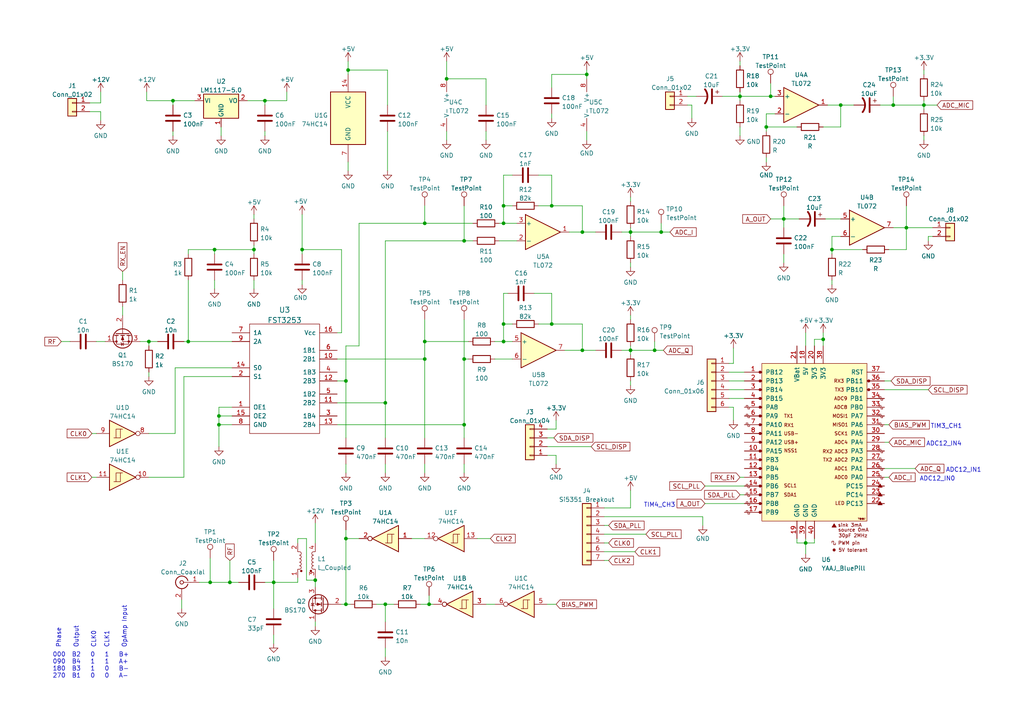
<source format=kicad_sch>
(kicad_sch (version 20211123) (generator eeschema)

  (uuid cfa9cd05-9603-46d5-b474-29a2d6124038)

  (paper "A4")

  

  (junction (at 62.23 72.39) (diameter 0) (color 0 0 0 0)
    (uuid 118788c2-d181-41ac-9cbd-c512dc3adb82)
  )
  (junction (at 60.96 168.91) (diameter 0) (color 0 0 0 0)
    (uuid 13085af3-7bd8-43b8-beef-92f1e8e982fc)
  )
  (junction (at 146.05 59.69) (diameter 0) (color 0 0 0 0)
    (uuid 13428218-0a65-44b6-b08d-cf0730c0cd0f)
  )
  (junction (at 160.02 59.69) (diameter 0) (color 0 0 0 0)
    (uuid 1901717c-1f5f-43dd-9370-d13f3aecf5bf)
  )
  (junction (at 267.97 30.48) (diameter 0) (color 0 0 0 0)
    (uuid 1a425413-4e3e-47dd-9a8f-197ab21a34f3)
  )
  (junction (at 100.965 20.32) (diameter 0) (color 0 0 0 0)
    (uuid 1f9a252b-d0e3-40a1-af05-36b545ec1908)
  )
  (junction (at 191.77 67.31) (diameter 0) (color 0 0 0 0)
    (uuid 263fcb62-8271-4cf6-8235-47231e0fcee9)
  )
  (junction (at 222.25 36.83) (diameter 0) (color 0 0 0 0)
    (uuid 2a00cc16-ff7e-4612-b94d-bb5628c69ca6)
  )
  (junction (at 168.91 67.31) (diameter 0) (color 0 0 0 0)
    (uuid 2a497385-098e-431d-a873-fcdc53acdcb7)
  )
  (junction (at 134.62 123.19) (diameter 0) (color 0 0 0 0)
    (uuid 2ac8fadc-60b4-4ef8-b7a6-ce2781e43973)
  )
  (junction (at 87.63 72.39) (diameter 0) (color 0 0 0 0)
    (uuid 2bf6097c-a364-4879-86f9-95ddd6eba2c4)
  )
  (junction (at 146.05 64.77) (diameter 0) (color 0 0 0 0)
    (uuid 30542b3e-e00f-4a3b-a705-9428f2abc665)
  )
  (junction (at 123.19 99.06) (diameter 0) (color 0 0 0 0)
    (uuid 37aae2cf-b7f4-4041-98c0-702bfb857630)
  )
  (junction (at 63.5 123.19) (diameter 0) (color 0 0 0 0)
    (uuid 389cff47-8a4c-4249-9798-55d927218d8c)
  )
  (junction (at 168.91 101.6) (diameter 0) (color 0 0 0 0)
    (uuid 39b47703-34bb-4961-a661-db8b1c6aff0e)
  )
  (junction (at 66.675 168.91) (diameter 0) (color 0 0 0 0)
    (uuid 3a8ce603-f234-4947-83d1-a5d511a0dbc3)
  )
  (junction (at 111.76 116.84) (diameter 0) (color 0 0 0 0)
    (uuid 409327bb-c6e7-4669-9720-f0f427e24ef4)
  )
  (junction (at 100.33 110.49) (diameter 0) (color 0 0 0 0)
    (uuid 4cfd7f71-31de-4d3c-88df-90d4e490fecc)
  )
  (junction (at 63.5 120.65) (diameter 0) (color 0 0 0 0)
    (uuid 4ec42e36-9928-43bb-b9e4-a857fe7d18dc)
  )
  (junction (at 76.835 29.21) (diameter 0) (color 0 0 0 0)
    (uuid 56c260b7-4d73-4292-88c5-900ead39bef7)
  )
  (junction (at 123.19 104.14) (diameter 0) (color 0 0 0 0)
    (uuid 5c201862-909f-49c3-9325-fd14eb6c446c)
  )
  (junction (at 123.19 64.77) (diameter 0) (color 0 0 0 0)
    (uuid 65a44171-499e-4571-941d-c6d5b1bf7d5a)
  )
  (junction (at 100.33 175.26) (diameter 0) (color 0 0 0 0)
    (uuid 670db3e9-6800-411e-9ec6-dbcc7f09948d)
  )
  (junction (at 182.88 67.31) (diameter 0) (color 0 0 0 0)
    (uuid 678ecd2c-3e98-47a3-8372-99c3c5ceb4ae)
  )
  (junction (at 134.62 104.14) (diameter 0) (color 0 0 0 0)
    (uuid 67bf39c9-17f2-4d19-be2f-dc791d353bbe)
  )
  (junction (at 189.865 101.6) (diameter 0) (color 0 0 0 0)
    (uuid 6bcc74c3-3a15-4ad9-a4fd-8cd8673f626a)
  )
  (junction (at 54.61 99.06) (diameter 0) (color 0 0 0 0)
    (uuid 7855d124-27ac-4435-b2ed-b83e63f20315)
  )
  (junction (at 134.62 69.85) (diameter 0) (color 0 0 0 0)
    (uuid 7a64ab9e-0885-4114-a842-8298d4c2c841)
  )
  (junction (at 262.89 66.04) (diameter 0) (color 0 0 0 0)
    (uuid 7b3d6c36-fdf2-4a1b-a49f-12ea2b707d37)
  )
  (junction (at 238.76 98.425) (diameter 0) (color 0 0 0 0)
    (uuid 7e1453ea-6f76-43a2-b97e-fed134a59d56)
  )
  (junction (at 227.33 63.5) (diameter 0) (color 0 0 0 0)
    (uuid 812c6207-9612-4c2e-9634-682e4c865c9a)
  )
  (junction (at 43.18 99.06) (diameter 0) (color 0 0 0 0)
    (uuid 887c00ae-f00c-43df-b157-8d5155c0602c)
  )
  (junction (at 223.52 27.94) (diameter 0) (color 0 0 0 0)
    (uuid 8a97eb42-2dba-4407-a7de-3843e0ac4751)
  )
  (junction (at 100.33 156.21) (diameter 0) (color 0 0 0 0)
    (uuid 911ac92f-dc8f-473f-a819-6ec44a97da57)
  )
  (junction (at 259.08 30.48) (diameter 0) (color 0 0 0 0)
    (uuid 912ffd03-dc69-4763-b145-567882d2ddb6)
  )
  (junction (at 233.68 157.48) (diameter 0) (color 0 0 0 0)
    (uuid a092338a-8058-41e0-afe9-756ea88020bf)
  )
  (junction (at 129.54 22.86) (diameter 0) (color 0 0 0 0)
    (uuid a3537a34-bbf6-46a9-94ba-d3ed1793992f)
  )
  (junction (at 241.3 72.39) (diameter 0) (color 0 0 0 0)
    (uuid a4a37850-ef95-4439-8b65-c0c50d0d72df)
  )
  (junction (at 91.44 168.275) (diameter 0) (color 0 0 0 0)
    (uuid aef0e9cf-d6eb-48d5-9738-ba3a43b460c0)
  )
  (junction (at 214.63 27.94) (diameter 0) (color 0 0 0 0)
    (uuid af255be1-efc7-4fc1-92f5-1c36f1ce7842)
  )
  (junction (at 243.84 30.48) (diameter 0) (color 0 0 0 0)
    (uuid b4a54540-7c4b-4187-bb22-1dbcb05f60fa)
  )
  (junction (at 146.05 99.06) (diameter 0) (color 0 0 0 0)
    (uuid b817eaae-cb4e-4da1-8351-6bd31446a928)
  )
  (junction (at 170.18 21.59) (diameter 0) (color 0 0 0 0)
    (uuid b9459263-bd7b-449e-9e49-70e9937d6f20)
  )
  (junction (at 146.05 93.98) (diameter 0) (color 0 0 0 0)
    (uuid bbac73ef-b4f1-4a7f-97f2-f942f5c00496)
  )
  (junction (at 79.375 168.91) (diameter 0) (color 0 0 0 0)
    (uuid cb9fda80-d696-4d63-9a03-ac7e280fc27a)
  )
  (junction (at 182.88 101.6) (diameter 0) (color 0 0 0 0)
    (uuid cf496ca2-03e4-4340-a5bc-b3e150b90320)
  )
  (junction (at 73.66 72.39) (diameter 0) (color 0 0 0 0)
    (uuid da013340-3c24-403d-8836-9f9c162ccf4f)
  )
  (junction (at 124.46 175.26) (diameter 0) (color 0 0 0 0)
    (uuid ea05b4d5-8886-488a-b60b-64651f6dd582)
  )
  (junction (at 50.165 29.21) (diameter 0) (color 0 0 0 0)
    (uuid ef5f9ace-3b99-4abe-ad15-9c7f02655b0d)
  )
  (junction (at 160.02 93.98) (diameter 0) (color 0 0 0 0)
    (uuid f68ca172-40f3-4104-9be2-9cf1abf634eb)
  )
  (junction (at 111.76 175.26) (diameter 0) (color 0 0 0 0)
    (uuid f753612d-5bfd-44a5-996d-f299114abb27)
  )

  (wire (pts (xy 233.68 156.21) (xy 233.68 157.48))
    (stroke (width 0) (type default) (color 0 0 0 0))
    (uuid 00883efb-1f28-4126-8694-6aa4262a575e)
  )
  (wire (pts (xy 231.14 157.48) (xy 233.68 157.48))
    (stroke (width 0) (type default) (color 0 0 0 0))
    (uuid 02642004-ad77-45f3-aa96-e973ffb27d51)
  )
  (wire (pts (xy 160.02 93.98) (xy 168.91 93.98))
    (stroke (width 0) (type default) (color 0 0 0 0))
    (uuid 030d3073-06c6-4697-8a0d-d89674643663)
  )
  (wire (pts (xy 256.54 128.27) (xy 257.81 128.27))
    (stroke (width 0) (type default) (color 0 0 0 0))
    (uuid 031e8a53-b150-47f0-a273-0fae3f703cb1)
  )
  (wire (pts (xy 170.18 21.59) (xy 170.18 22.86))
    (stroke (width 0) (type default) (color 0 0 0 0))
    (uuid 034d6760-2f2a-427b-8a3b-388d87aaa248)
  )
  (wire (pts (xy 182.88 110.49) (xy 182.88 111.76))
    (stroke (width 0) (type default) (color 0 0 0 0))
    (uuid 03b4b33c-50e4-464c-a171-dc20d1ba4d6d)
  )
  (wire (pts (xy 189.865 99.06) (xy 189.865 101.6))
    (stroke (width 0) (type default) (color 0 0 0 0))
    (uuid 061afcba-1633-4069-91dd-43d63001e1e2)
  )
  (wire (pts (xy 100.965 20.32) (xy 100.965 21.59))
    (stroke (width 0) (type default) (color 0 0 0 0))
    (uuid 0785a29b-d758-42f8-85eb-1dea6067bbee)
  )
  (wire (pts (xy 63.5 123.19) (xy 67.31 123.19))
    (stroke (width 0) (type default) (color 0 0 0 0))
    (uuid 080a3865-8d49-4d4b-8300-65bfd1b135d7)
  )
  (wire (pts (xy 175.26 152.4) (xy 176.53 152.4))
    (stroke (width 0) (type default) (color 0 0 0 0))
    (uuid 081d5f3d-bc54-45a4-a4ea-ab138c3846ec)
  )
  (wire (pts (xy 168.91 67.31) (xy 172.72 67.31))
    (stroke (width 0) (type default) (color 0 0 0 0))
    (uuid 0920a59f-fa4e-42af-856f-660052e02eee)
  )
  (wire (pts (xy 123.19 104.14) (xy 123.19 127))
    (stroke (width 0) (type default) (color 0 0 0 0))
    (uuid 0be498c7-4ccb-442c-beaf-903eb8701bb6)
  )
  (wire (pts (xy 262.89 59.69) (xy 262.89 66.04))
    (stroke (width 0) (type default) (color 0 0 0 0))
    (uuid 0c208e67-3234-4916-adc8-b44edbf31aa7)
  )
  (wire (pts (xy 175.26 162.56) (xy 176.53 162.56))
    (stroke (width 0) (type default) (color 0 0 0 0))
    (uuid 0c8811b8-1d60-4160-84d8-6724c15fb851)
  )
  (wire (pts (xy 104.14 100.33) (xy 104.14 64.77))
    (stroke (width 0) (type default) (color 0 0 0 0))
    (uuid 0c90225f-edf0-4fce-abd3-1711b58321c4)
  )
  (wire (pts (xy 168.91 59.69) (xy 168.91 67.31))
    (stroke (width 0) (type default) (color 0 0 0 0))
    (uuid 0d090514-7f7e-4315-ba8c-a77cb257e8fa)
  )
  (wire (pts (xy 62.23 72.39) (xy 54.61 72.39))
    (stroke (width 0) (type default) (color 0 0 0 0))
    (uuid 0e496933-414b-421f-bc01-639ea1e13f67)
  )
  (wire (pts (xy 243.84 36.83) (xy 243.84 30.48))
    (stroke (width 0) (type default) (color 0 0 0 0))
    (uuid 111de3b4-b4e0-4edf-810b-546f00273dcb)
  )
  (wire (pts (xy 143.51 99.06) (xy 146.05 99.06))
    (stroke (width 0) (type default) (color 0 0 0 0))
    (uuid 1315a29d-ba3f-4aad-ad43-c327a3983a80)
  )
  (wire (pts (xy 160.02 50.8) (xy 160.02 59.69))
    (stroke (width 0) (type default) (color 0 0 0 0))
    (uuid 1332def0-2afb-4804-8362-0cf130152449)
  )
  (wire (pts (xy 241.3 68.58) (xy 243.84 68.58))
    (stroke (width 0) (type default) (color 0 0 0 0))
    (uuid 1388d00f-7ea6-41c8-9488-b83abfb3c346)
  )
  (wire (pts (xy 267.97 20.32) (xy 267.97 21.59))
    (stroke (width 0) (type default) (color 0 0 0 0))
    (uuid 14ae7189-5bac-4a1d-8a55-5036fcbe6284)
  )
  (wire (pts (xy 158.75 127) (xy 160.655 127))
    (stroke (width 0) (type default) (color 0 0 0 0))
    (uuid 152ae621-91d6-4ccb-9224-8d9a125f1b39)
  )
  (wire (pts (xy 87.63 81.28) (xy 87.63 82.55))
    (stroke (width 0) (type default) (color 0 0 0 0))
    (uuid 1564454a-82be-43c2-a2e9-e03e291a1c1d)
  )
  (wire (pts (xy 111.76 175.26) (xy 114.3 175.26))
    (stroke (width 0) (type default) (color 0 0 0 0))
    (uuid 198732bd-6351-468a-b085-e27e1ff28ceb)
  )
  (wire (pts (xy 269.24 68.58) (xy 270.51 68.58))
    (stroke (width 0) (type default) (color 0 0 0 0))
    (uuid 19eda56c-3fdf-426f-9e5d-00eac448b8f4)
  )
  (wire (pts (xy 26.67 138.43) (xy 27.94 138.43))
    (stroke (width 0) (type default) (color 0 0 0 0))
    (uuid 1a23bc91-02c7-4670-adfb-445ac4d3831a)
  )
  (wire (pts (xy 182.88 67.31) (xy 182.88 68.58))
    (stroke (width 0) (type default) (color 0 0 0 0))
    (uuid 1a860ecd-6133-4578-b98b-5078a51b899d)
  )
  (wire (pts (xy 129.54 17.78) (xy 129.54 22.86))
    (stroke (width 0) (type default) (color 0 0 0 0))
    (uuid 1aba2b23-cd71-4dbb-9ef1-2efa93d11392)
  )
  (wire (pts (xy 146.05 64.77) (xy 149.86 64.77))
    (stroke (width 0) (type default) (color 0 0 0 0))
    (uuid 1af82a59-023b-4f29-a924-2e8805e4948a)
  )
  (wire (pts (xy 91.44 168.275) (xy 91.44 170.18))
    (stroke (width 0) (type default) (color 0 0 0 0))
    (uuid 1b19fc82-5eba-4063-822f-6ad441a3ff7e)
  )
  (wire (pts (xy 43.18 99.06) (xy 45.72 99.06))
    (stroke (width 0) (type default) (color 0 0 0 0))
    (uuid 1bd587cf-e458-4600-be8f-44f16734b75b)
  )
  (wire (pts (xy 63.5 123.19) (xy 63.5 129.54))
    (stroke (width 0) (type default) (color 0 0 0 0))
    (uuid 1c6caab3-34fc-4c77-8b73-15f9258c301b)
  )
  (wire (pts (xy 76.835 38.1) (xy 76.835 39.37))
    (stroke (width 0) (type default) (color 0 0 0 0))
    (uuid 1d0e3a1b-2be7-4e15-a2ed-ccd34314efef)
  )
  (wire (pts (xy 158.75 132.08) (xy 161.29 132.08))
    (stroke (width 0) (type default) (color 0 0 0 0))
    (uuid 1df113eb-9e7e-41cd-b905-5c38b47ae42b)
  )
  (wire (pts (xy 175.26 154.94) (xy 187.325 154.94))
    (stroke (width 0) (type default) (color 0 0 0 0))
    (uuid 1f817b63-9a8c-4654-80a1-e27eacdec1e7)
  )
  (wire (pts (xy 191.77 67.31) (xy 194.31 67.31))
    (stroke (width 0) (type default) (color 0 0 0 0))
    (uuid 2196e22c-6af2-4f8b-80cd-01a3001bee82)
  )
  (wire (pts (xy 211.455 118.11) (xy 212.725 118.11))
    (stroke (width 0) (type default) (color 0 0 0 0))
    (uuid 22957b5a-c95e-4b11-9b31-467b1827f7d3)
  )
  (wire (pts (xy 100.33 110.49) (xy 100.33 127))
    (stroke (width 0) (type default) (color 0 0 0 0))
    (uuid 22b3a380-3fcd-4e63-8616-8b6155103a01)
  )
  (wire (pts (xy 137.16 69.85) (xy 134.62 69.85))
    (stroke (width 0) (type default) (color 0 0 0 0))
    (uuid 22c0f2e4-2a60-4f98-a0e8-0cad5fa85ce1)
  )
  (wire (pts (xy 257.81 123.19) (xy 256.54 123.19))
    (stroke (width 0) (type default) (color 0 0 0 0))
    (uuid 232d142e-3436-45d2-93af-f4b1747c9b20)
  )
  (wire (pts (xy 140.97 38.1) (xy 140.97 40.64))
    (stroke (width 0) (type default) (color 0 0 0 0))
    (uuid 23baacfe-15cd-4201-9618-c1c2030f5bdd)
  )
  (wire (pts (xy 227.33 66.04) (xy 227.33 63.5))
    (stroke (width 0) (type default) (color 0 0 0 0))
    (uuid 24118d5c-3154-4d1a-943d-404403269584)
  )
  (wire (pts (xy 214.63 36.83) (xy 214.63 39.37))
    (stroke (width 0) (type default) (color 0 0 0 0))
    (uuid 24532b75-da97-4577-989c-b5f21ce3b6eb)
  )
  (wire (pts (xy 99.06 72.39) (xy 87.63 72.39))
    (stroke (width 0) (type default) (color 0 0 0 0))
    (uuid 2658638a-631a-4603-b4bb-a07a7eead328)
  )
  (wire (pts (xy 143.51 104.14) (xy 148.59 104.14))
    (stroke (width 0) (type default) (color 0 0 0 0))
    (uuid 26aefdf7-a375-4ec6-8f9e-0d921b08475e)
  )
  (wire (pts (xy 238.76 96.52) (xy 238.76 98.425))
    (stroke (width 0) (type default) (color 0 0 0 0))
    (uuid 27771ad2-468c-4146-8e60-bdf49e77a5f1)
  )
  (wire (pts (xy 269.24 113.03) (xy 256.54 113.03))
    (stroke (width 0) (type default) (color 0 0 0 0))
    (uuid 27a0f816-9c3e-434b-8e07-04f87ddcffe0)
  )
  (wire (pts (xy 91.44 167.64) (xy 91.44 168.275))
    (stroke (width 0) (type default) (color 0 0 0 0))
    (uuid 27afb6b1-a979-4106-8a0e-3093c33c91cd)
  )
  (wire (pts (xy 112.395 20.32) (xy 112.395 30.48))
    (stroke (width 0) (type default) (color 0 0 0 0))
    (uuid 2a4058f9-10d3-456f-abbe-c1e261822a2f)
  )
  (wire (pts (xy 175.26 149.86) (xy 203.835 149.86))
    (stroke (width 0) (type default) (color 0 0 0 0))
    (uuid 2a99848c-d5de-4d4a-bc86-d7f2f3fcb70d)
  )
  (wire (pts (xy 63.5 118.11) (xy 63.5 120.65))
    (stroke (width 0) (type default) (color 0 0 0 0))
    (uuid 2cc2e233-4306-48be-b0c4-6ddb248cc31e)
  )
  (wire (pts (xy 239.395 63.5) (xy 243.84 63.5))
    (stroke (width 0) (type default) (color 0 0 0 0))
    (uuid 2d356308-aeaf-4f93-b73d-3abce19b3946)
  )
  (wire (pts (xy 241.3 73.66) (xy 241.3 72.39))
    (stroke (width 0) (type default) (color 0 0 0 0))
    (uuid 2dccf0e2-3941-40bd-b5c7-5eb69532c043)
  )
  (wire (pts (xy 200.66 30.48) (xy 200.66 34.29))
    (stroke (width 0) (type default) (color 0 0 0 0))
    (uuid 2e075f01-bc79-4b6b-b861-f295984720ec)
  )
  (wire (pts (xy 262.89 66.04) (xy 270.51 66.04))
    (stroke (width 0) (type default) (color 0 0 0 0))
    (uuid 3147d321-eaae-4b1b-a937-493c272ee75d)
  )
  (wire (pts (xy 241.3 72.39) (xy 241.3 68.58))
    (stroke (width 0) (type default) (color 0 0 0 0))
    (uuid 329256cf-77d3-449d-8e34-032c8402af2d)
  )
  (wire (pts (xy 236.22 157.48) (xy 236.22 156.21))
    (stroke (width 0) (type default) (color 0 0 0 0))
    (uuid 33d45c02-7e6c-474e-960d-0b0b839e654a)
  )
  (wire (pts (xy 211.455 105.41) (xy 212.725 105.41))
    (stroke (width 0) (type default) (color 0 0 0 0))
    (uuid 35d08951-e8ac-4640-973c-db3ffa583923)
  )
  (wire (pts (xy 170.18 21.59) (xy 160.02 21.59))
    (stroke (width 0) (type default) (color 0 0 0 0))
    (uuid 36059a97-5c8d-4c56-8b92-f3604f10c69e)
  )
  (wire (pts (xy 199.39 30.48) (xy 200.66 30.48))
    (stroke (width 0) (type default) (color 0 0 0 0))
    (uuid 365c81b2-4e46-4c3a-9ef6-48f32b2ac524)
  )
  (wire (pts (xy 182.88 66.04) (xy 182.88 67.31))
    (stroke (width 0) (type default) (color 0 0 0 0))
    (uuid 37265181-b1e1-4d9e-9c3f-8c88143927e0)
  )
  (wire (pts (xy 233.68 157.48) (xy 236.22 157.48))
    (stroke (width 0) (type default) (color 0 0 0 0))
    (uuid 38c49fe9-688e-4c07-818d-1711b33af5ad)
  )
  (wire (pts (xy 257.81 72.39) (xy 262.89 72.39))
    (stroke (width 0) (type default) (color 0 0 0 0))
    (uuid 3acf52d6-5099-46c4-99b9-28e5f3ee620a)
  )
  (wire (pts (xy 100.33 175.26) (xy 100.33 156.21))
    (stroke (width 0) (type default) (color 0 0 0 0))
    (uuid 3b699dc5-e15d-4ea1-9daa-6ff243fd9249)
  )
  (wire (pts (xy 156.21 50.8) (xy 160.02 50.8))
    (stroke (width 0) (type default) (color 0 0 0 0))
    (uuid 3bb798dd-ebec-4b98-95a8-9f929e29e646)
  )
  (wire (pts (xy 87.63 62.23) (xy 87.63 72.39))
    (stroke (width 0) (type default) (color 0 0 0 0))
    (uuid 3bc6825c-d3da-4713-8b5c-b9003944cd69)
  )
  (wire (pts (xy 100.33 110.49) (xy 100.33 100.33))
    (stroke (width 0) (type default) (color 0 0 0 0))
    (uuid 3c10cfb1-7f13-4fa3-b032-35d9a324ab39)
  )
  (wire (pts (xy 111.76 175.26) (xy 111.76 180.34))
    (stroke (width 0) (type default) (color 0 0 0 0))
    (uuid 3c73e90e-5e55-4c04-809a-a9831737461c)
  )
  (wire (pts (xy 27.94 99.06) (xy 30.48 99.06))
    (stroke (width 0) (type default) (color 0 0 0 0))
    (uuid 3e3644b2-8b88-4f29-82ab-532b3b280a0e)
  )
  (wire (pts (xy 134.62 59.69) (xy 134.62 69.85))
    (stroke (width 0) (type default) (color 0 0 0 0))
    (uuid 3e719cfe-0485-4421-a326-0892954f24e1)
  )
  (wire (pts (xy 227.33 59.69) (xy 227.33 63.5))
    (stroke (width 0) (type default) (color 0 0 0 0))
    (uuid 3f54401f-6ccd-43e9-8f62-64d3df4493c7)
  )
  (wire (pts (xy 146.05 93.98) (xy 146.05 85.09))
    (stroke (width 0) (type default) (color 0 0 0 0))
    (uuid 3fc3f042-ca5b-40bb-92d5-3e9bc18897d6)
  )
  (wire (pts (xy 29.21 32.385) (xy 29.21 34.925))
    (stroke (width 0) (type default) (color 0 0 0 0))
    (uuid 3fd18252-69cd-4f8f-963e-e39063f42481)
  )
  (wire (pts (xy 146.05 99.06) (xy 146.05 93.98))
    (stroke (width 0) (type default) (color 0 0 0 0))
    (uuid 42aa27a3-7176-448f-bab8-7e8da54316fb)
  )
  (wire (pts (xy 214.63 27.94) (xy 214.63 29.21))
    (stroke (width 0) (type default) (color 0 0 0 0))
    (uuid 471bc546-f77f-404d-a459-2865468640e1)
  )
  (wire (pts (xy 123.19 92.71) (xy 123.19 99.06))
    (stroke (width 0) (type default) (color 0 0 0 0))
    (uuid 480113c8-df1d-419c-b768-1c3e86642f6a)
  )
  (wire (pts (xy 123.19 64.77) (xy 137.16 64.77))
    (stroke (width 0) (type default) (color 0 0 0 0))
    (uuid 494e33d7-1484-45fd-b437-e235ffed881a)
  )
  (wire (pts (xy 62.23 72.39) (xy 62.23 73.66))
    (stroke (width 0) (type default) (color 0 0 0 0))
    (uuid 498ce1e8-3943-4853-9d8c-2d5f8b020b76)
  )
  (wire (pts (xy 63.5 120.65) (xy 67.31 120.65))
    (stroke (width 0) (type default) (color 0 0 0 0))
    (uuid 4be32149-8a08-44e3-a420-362a5fb9044f)
  )
  (wire (pts (xy 111.76 69.85) (xy 134.62 69.85))
    (stroke (width 0) (type default) (color 0 0 0 0))
    (uuid 4c7d33ae-960e-4391-9051-8f1d3b6ecfe5)
  )
  (wire (pts (xy 168.91 101.6) (xy 168.91 93.98))
    (stroke (width 0) (type default) (color 0 0 0 0))
    (uuid 4d671920-902d-4722-bfeb-1daebcab921d)
  )
  (wire (pts (xy 231.14 156.21) (xy 231.14 157.48))
    (stroke (width 0) (type default) (color 0 0 0 0))
    (uuid 5079de0c-abd9-49f1-82eb-274061ca849a)
  )
  (wire (pts (xy 119.38 156.21) (xy 123.19 156.21))
    (stroke (width 0) (type default) (color 0 0 0 0))
    (uuid 507b9ba0-9d00-4724-a470-9c8a3aee35e8)
  )
  (wire (pts (xy 267.97 39.37) (xy 267.97 40.64))
    (stroke (width 0) (type default) (color 0 0 0 0))
    (uuid 54419245-aec2-4246-987f-d6fa8fcff994)
  )
  (wire (pts (xy 214.63 138.43) (xy 215.9 138.43))
    (stroke (width 0) (type default) (color 0 0 0 0))
    (uuid 551cbfb0-1e1d-4004-a582-b99cb636b635)
  )
  (wire (pts (xy 158.75 175.26) (xy 161.29 175.26))
    (stroke (width 0) (type default) (color 0 0 0 0))
    (uuid 56023c5b-a884-4739-a4f1-f56bccc1b687)
  )
  (wire (pts (xy 160.02 21.59) (xy 160.02 25.4))
    (stroke (width 0) (type default) (color 0 0 0 0))
    (uuid 58086011-c9dd-4c6c-b721-a3c18d79ee7a)
  )
  (wire (pts (xy 269.24 69.85) (xy 269.24 68.58))
    (stroke (width 0) (type default) (color 0 0 0 0))
    (uuid 581f669a-ca98-42b6-bc63-33d325982f41)
  )
  (wire (pts (xy 211.455 107.95) (xy 215.9 107.95))
    (stroke (width 0) (type default) (color 0 0 0 0))
    (uuid 59068bb2-39ff-4349-b36e-33b398659c42)
  )
  (wire (pts (xy 124.46 175.26) (xy 125.73 175.26))
    (stroke (width 0) (type default) (color 0 0 0 0))
    (uuid 5a5a2fd3-2b09-4a04-be8e-aefb0bd5932c)
  )
  (wire (pts (xy 86.36 167.64) (xy 86.36 168.91))
    (stroke (width 0) (type default) (color 0 0 0 0))
    (uuid 5b2e9ca3-0a74-4703-bf31-5d413ab0538f)
  )
  (wire (pts (xy 88.9 168.275) (xy 88.9 156.21))
    (stroke (width 0) (type default) (color 0 0 0 0))
    (uuid 5b40cb15-ee96-486c-b531-842d2aa53199)
  )
  (wire (pts (xy 144.78 69.85) (xy 149.86 69.85))
    (stroke (width 0) (type default) (color 0 0 0 0))
    (uuid 5b88e83b-dc2c-4b8a-84d9-64f49cdc2190)
  )
  (wire (pts (xy 123.19 99.06) (xy 135.89 99.06))
    (stroke (width 0) (type default) (color 0 0 0 0))
    (uuid 5c6e7cbb-3b61-4da8-bccc-5641c7bbcf58)
  )
  (wire (pts (xy 138.43 156.21) (xy 142.24 156.21))
    (stroke (width 0) (type default) (color 0 0 0 0))
    (uuid 5dc036d4-f7d9-41f7-99a5-5624aeb207d7)
  )
  (wire (pts (xy 204.47 140.97) (xy 215.9 140.97))
    (stroke (width 0) (type default) (color 0 0 0 0))
    (uuid 5e52a5db-5e7a-4a68-b32e-c190fc989e7a)
  )
  (wire (pts (xy 175.26 160.02) (xy 184.15 160.02))
    (stroke (width 0) (type default) (color 0 0 0 0))
    (uuid 5ede96bd-4e2c-4319-a2f7-e1e8ffb0556c)
  )
  (wire (pts (xy 211.455 113.03) (xy 215.9 113.03))
    (stroke (width 0) (type default) (color 0 0 0 0))
    (uuid 5eec1020-25f5-4919-91ba-2dcc1212fc0e)
  )
  (wire (pts (xy 170.18 38.1) (xy 170.18 40.64))
    (stroke (width 0) (type default) (color 0 0 0 0))
    (uuid 5fa26e31-5010-4528-87c7-047a887ada1c)
  )
  (wire (pts (xy 161.29 121.92) (xy 161.29 124.46))
    (stroke (width 0) (type default) (color 0 0 0 0))
    (uuid 602f60be-4e0b-464c-a51e-723d94cbc3f2)
  )
  (wire (pts (xy 53.34 109.22) (xy 67.31 109.22))
    (stroke (width 0) (type default) (color 0 0 0 0))
    (uuid 6075b087-5cbf-4c6d-82bb-6e04e619fe4e)
  )
  (wire (pts (xy 91.44 151.765) (xy 91.44 157.48))
    (stroke (width 0) (type default) (color 0 0 0 0))
    (uuid 60a00c03-5a23-44e1-a481-a8c5e905cf52)
  )
  (wire (pts (xy 88.9 156.21) (xy 86.36 156.21))
    (stroke (width 0) (type default) (color 0 0 0 0))
    (uuid 60d376e8-ceab-40b8-9b75-630be4ad4c25)
  )
  (wire (pts (xy 100.33 100.33) (xy 104.14 100.33))
    (stroke (width 0) (type default) (color 0 0 0 0))
    (uuid 61b8aeb3-a6c2-4b71-a725-03f30d0717ca)
  )
  (wire (pts (xy 50.8 125.73) (xy 50.8 106.68))
    (stroke (width 0) (type default) (color 0 0 0 0))
    (uuid 62a3281d-5f63-4182-b7be-844c9941cff4)
  )
  (wire (pts (xy 134.62 123.19) (xy 134.62 127))
    (stroke (width 0) (type default) (color 0 0 0 0))
    (uuid 63386d13-b566-4456-ad2b-2ea886e46e6b)
  )
  (wire (pts (xy 52.705 173.99) (xy 52.705 176.53))
    (stroke (width 0) (type default) (color 0 0 0 0))
    (uuid 641054c4-eb18-4b48-b702-e8140e986622)
  )
  (wire (pts (xy 50.165 29.21) (xy 50.165 30.48))
    (stroke (width 0) (type default) (color 0 0 0 0))
    (uuid 66379e2d-0b51-4081-99b4-c340ee87d821)
  )
  (wire (pts (xy 97.79 96.52) (xy 99.06 96.52))
    (stroke (width 0) (type default) (color 0 0 0 0))
    (uuid 673c5da1-7e9c-477a-925d-2332d9226bd7)
  )
  (wire (pts (xy 182.88 142.24) (xy 182.88 147.32))
    (stroke (width 0) (type default) (color 0 0 0 0))
    (uuid 6771fcf3-c962-4b8e-8481-8ef42b3a078a)
  )
  (wire (pts (xy 53.34 138.43) (xy 43.18 138.43))
    (stroke (width 0) (type default) (color 0 0 0 0))
    (uuid 69be128b-bcba-405b-a019-280e344ed222)
  )
  (wire (pts (xy 227.33 73.66) (xy 227.33 76.2))
    (stroke (width 0) (type default) (color 0 0 0 0))
    (uuid 6ab8a896-0ded-4e22-a6c6-41a433df98bb)
  )
  (wire (pts (xy 140.97 175.26) (xy 143.51 175.26))
    (stroke (width 0) (type default) (color 0 0 0 0))
    (uuid 6afa735e-e6b2-4795-8173-da1292be36d7)
  )
  (wire (pts (xy 86.36 168.91) (xy 79.375 168.91))
    (stroke (width 0) (type default) (color 0 0 0 0))
    (uuid 6b53fda5-d070-4a02-aad5-e9342e42f58f)
  )
  (wire (pts (xy 111.76 134.62) (xy 111.76 137.16))
    (stroke (width 0) (type default) (color 0 0 0 0))
    (uuid 6bea2805-04f9-4398-b42b-3d86704b2762)
  )
  (wire (pts (xy 54.61 81.28) (xy 54.61 99.06))
    (stroke (width 0) (type default) (color 0 0 0 0))
    (uuid 6bf87724-5152-4e74-b3bb-d4ecba1eb536)
  )
  (wire (pts (xy 66.675 168.91) (xy 69.215 168.91))
    (stroke (width 0) (type default) (color 0 0 0 0))
    (uuid 6c21e4db-18d0-48b4-a082-7d3b40300379)
  )
  (wire (pts (xy 259.08 27.94) (xy 259.08 30.48))
    (stroke (width 0) (type default) (color 0 0 0 0))
    (uuid 6cef4895-fb98-4532-aa9a-f334b140cb36)
  )
  (wire (pts (xy 71.755 29.21) (xy 76.835 29.21))
    (stroke (width 0) (type default) (color 0 0 0 0))
    (uuid 6d260756-031d-43b6-9c8b-41c36f839e01)
  )
  (wire (pts (xy 223.52 63.5) (xy 227.33 63.5))
    (stroke (width 0) (type default) (color 0 0 0 0))
    (uuid 6e0686f5-021c-4177-980c-a78a6dbd8e17)
  )
  (wire (pts (xy 111.76 187.96) (xy 111.76 190.5))
    (stroke (width 0) (type default) (color 0 0 0 0))
    (uuid 72cb77f0-b00f-4a09-979e-49d156b50ab0)
  )
  (wire (pts (xy 97.79 116.84) (xy 111.76 116.84))
    (stroke (width 0) (type default) (color 0 0 0 0))
    (uuid 72ee57b5-729b-4a3a-8448-363ab643f065)
  )
  (wire (pts (xy 182.88 101.6) (xy 189.865 101.6))
    (stroke (width 0) (type default) (color 0 0 0 0))
    (uuid 7453cafb-5ee6-4b99-84ff-da0b5508e70d)
  )
  (wire (pts (xy 86.36 156.21) (xy 86.36 157.48))
    (stroke (width 0) (type default) (color 0 0 0 0))
    (uuid 76a25e49-56a5-413a-a1aa-14e938805c5d)
  )
  (wire (pts (xy 50.165 29.21) (xy 56.515 29.21))
    (stroke (width 0) (type default) (color 0 0 0 0))
    (uuid 780c2ea4-5f4d-4b33-aa88-12cbc877845b)
  )
  (wire (pts (xy 222.25 38.1) (xy 222.25 36.83))
    (stroke (width 0) (type default) (color 0 0 0 0))
    (uuid 7814ba36-8511-44f2-9684-71bb36db84c1)
  )
  (wire (pts (xy 182.88 67.31) (xy 191.77 67.31))
    (stroke (width 0) (type default) (color 0 0 0 0))
    (uuid 7b581787-3059-44be-8c1b-ae838c154f65)
  )
  (wire (pts (xy 66.675 162.56) (xy 66.675 168.91))
    (stroke (width 0) (type default) (color 0 0 0 0))
    (uuid 7b98a2bf-ac8a-415f-b228-b3f4e4c3cc51)
  )
  (wire (pts (xy 262.89 72.39) (xy 262.89 66.04))
    (stroke (width 0) (type default) (color 0 0 0 0))
    (uuid 7c9a06f3-0176-402e-ac02-27f761108439)
  )
  (wire (pts (xy 134.62 134.62) (xy 134.62 137.16))
    (stroke (width 0) (type default) (color 0 0 0 0))
    (uuid 7de1515b-c591-443e-aa98-802597058555)
  )
  (wire (pts (xy 158.75 124.46) (xy 161.29 124.46))
    (stroke (width 0) (type default) (color 0 0 0 0))
    (uuid 805b47dd-7f8d-4c6c-950b-54737a79118e)
  )
  (wire (pts (xy 189.865 101.6) (xy 192.405 101.6))
    (stroke (width 0) (type default) (color 0 0 0 0))
    (uuid 80c7369d-6c1b-41bd-a7f0-37faa41d1f2c)
  )
  (wire (pts (xy 134.62 92.71) (xy 134.62 104.14))
    (stroke (width 0) (type default) (color 0 0 0 0))
    (uuid 81aa464d-2152-4362-8abd-1481d15bc809)
  )
  (wire (pts (xy 112.395 20.32) (xy 100.965 20.32))
    (stroke (width 0) (type default) (color 0 0 0 0))
    (uuid 8217cb70-9017-4920-8a6f-7b6c1b2d14c2)
  )
  (wire (pts (xy 60.96 161.925) (xy 60.96 168.91))
    (stroke (width 0) (type default) (color 0 0 0 0))
    (uuid 8424a674-d6a8-4c0a-9ab1-c65184ba54cc)
  )
  (wire (pts (xy 146.05 59.69) (xy 146.05 50.8))
    (stroke (width 0) (type default) (color 0 0 0 0))
    (uuid 84fe7646-bb3d-45a9-ae96-164591bb4772)
  )
  (wire (pts (xy 50.8 106.68) (xy 67.31 106.68))
    (stroke (width 0) (type default) (color 0 0 0 0))
    (uuid 877fcef9-cca7-48b0-9efe-cbe8c3b8f647)
  )
  (wire (pts (xy 238.76 36.83) (xy 243.84 36.83))
    (stroke (width 0) (type default) (color 0 0 0 0))
    (uuid 8977446e-c252-4412-b48b-46c8cc4c6f10)
  )
  (wire (pts (xy 223.52 27.94) (xy 224.79 27.94))
    (stroke (width 0) (type default) (color 0 0 0 0))
    (uuid 8a2e71a9-c1bf-40c0-9415-bf00169308ae)
  )
  (wire (pts (xy 50.165 38.1) (xy 50.165 39.37))
    (stroke (width 0) (type default) (color 0 0 0 0))
    (uuid 8ae920cf-0ab4-4233-b7e9-fe2e167bdfb1)
  )
  (wire (pts (xy 243.84 30.48) (xy 240.03 30.48))
    (stroke (width 0) (type default) (color 0 0 0 0))
    (uuid 8b6cfccb-4ad3-464a-88f6-75b74dc8bf6d)
  )
  (wire (pts (xy 17.78 99.06) (xy 20.32 99.06))
    (stroke (width 0) (type default) (color 0 0 0 0))
    (uuid 8bb79127-90e3-4672-8b7f-38b4ca60faeb)
  )
  (wire (pts (xy 42.545 29.21) (xy 50.165 29.21))
    (stroke (width 0) (type default) (color 0 0 0 0))
    (uuid 8ca4dc3b-7333-4a80-8ec2-6f748e50076e)
  )
  (wire (pts (xy 182.88 100.33) (xy 182.88 101.6))
    (stroke (width 0) (type default) (color 0 0 0 0))
    (uuid 8cd7ca1c-cb8d-47c9-a06b-9bd8d4179fd3)
  )
  (wire (pts (xy 191.77 64.77) (xy 191.77 67.31))
    (stroke (width 0) (type default) (color 0 0 0 0))
    (uuid 8cf19575-a0a4-4ceb-bc71-630eb2853e19)
  )
  (wire (pts (xy 146.05 64.77) (xy 146.05 59.69))
    (stroke (width 0) (type default) (color 0 0 0 0))
    (uuid 8dc44ab4-ab38-4f63-88c7-77a157a44e7f)
  )
  (wire (pts (xy 134.62 104.14) (xy 135.89 104.14))
    (stroke (width 0) (type default) (color 0 0 0 0))
    (uuid 8dcca965-9308-4dbf-a031-0fe69404708d)
  )
  (wire (pts (xy 222.25 36.83) (xy 231.14 36.83))
    (stroke (width 0) (type default) (color 0 0 0 0))
    (uuid 8e31b054-6cfd-4eed-ac34-7665b1b6d98c)
  )
  (wire (pts (xy 182.88 91.44) (xy 182.88 92.71))
    (stroke (width 0) (type default) (color 0 0 0 0))
    (uuid 8f0e556e-6e65-41cc-b2c3-d10f1bc2faa8)
  )
  (wire (pts (xy 57.785 168.91) (xy 60.96 168.91))
    (stroke (width 0) (type default) (color 0 0 0 0))
    (uuid 8f1307dd-f394-4789-9724-5d4dac68dc44)
  )
  (wire (pts (xy 204.47 146.05) (xy 215.9 146.05))
    (stroke (width 0) (type default) (color 0 0 0 0))
    (uuid 8f74ecb0-2c4a-429c-9de9-ea394585d039)
  )
  (wire (pts (xy 29.21 26.67) (xy 29.21 29.845))
    (stroke (width 0) (type default) (color 0 0 0 0))
    (uuid 8fa270d7-98ba-46c4-8fc6-b23d7717eb50)
  )
  (wire (pts (xy 212.725 100.965) (xy 212.725 105.41))
    (stroke (width 0) (type default) (color 0 0 0 0))
    (uuid 90530e2a-e635-4219-9f0f-f3073314acd7)
  )
  (wire (pts (xy 258.445 110.49) (xy 256.54 110.49))
    (stroke (width 0) (type default) (color 0 0 0 0))
    (uuid 9254169a-eab4-43d9-a7f8-ca22f5c9a231)
  )
  (wire (pts (xy 267.97 29.21) (xy 267.97 30.48))
    (stroke (width 0) (type default) (color 0 0 0 0))
    (uuid 936b1333-9e73-448c-8528-db055b8b7ab5)
  )
  (wire (pts (xy 144.78 64.77) (xy 146.05 64.77))
    (stroke (width 0) (type default) (color 0 0 0 0))
    (uuid 95b48fa4-4208-40da-8975-4b60ab1b4806)
  )
  (wire (pts (xy 100.33 153.67) (xy 100.33 156.21))
    (stroke (width 0) (type default) (color 0 0 0 0))
    (uuid 96a4ff40-b855-480c-8d5e-6a728cba500c)
  )
  (wire (pts (xy 236.22 98.425) (xy 236.22 100.33))
    (stroke (width 0) (type default) (color 0 0 0 0))
    (uuid 97acfd4d-7606-47ab-92b1-ac3aef8eabf4)
  )
  (wire (pts (xy 227.33 63.5) (xy 231.775 63.5))
    (stroke (width 0) (type default) (color 0 0 0 0))
    (uuid 98f26c01-4f2d-4a30-bba6-e82d55b36c29)
  )
  (wire (pts (xy 222.25 33.02) (xy 224.79 33.02))
    (stroke (width 0) (type default) (color 0 0 0 0))
    (uuid 9a0dd28d-d61b-4bfb-8604-b67d9bd0246d)
  )
  (wire (pts (xy 160.02 59.69) (xy 168.91 59.69))
    (stroke (width 0) (type default) (color 0 0 0 0))
    (uuid 9a9d67dd-4cee-4430-9131-723a983d6fca)
  )
  (wire (pts (xy 158.75 129.54) (xy 171.45 129.54))
    (stroke (width 0) (type default) (color 0 0 0 0))
    (uuid 9be641fc-26fa-403d-a9ec-a2be4b21d810)
  )
  (wire (pts (xy 140.97 22.86) (xy 140.97 30.48))
    (stroke (width 0) (type default) (color 0 0 0 0))
    (uuid 9dd7ee15-b733-498e-88cc-66d0c63df334)
  )
  (wire (pts (xy 124.46 172.72) (xy 124.46 175.26))
    (stroke (width 0) (type default) (color 0 0 0 0))
    (uuid 9f21ab2b-de41-489e-a1b0-f1de7b88ddc8)
  )
  (wire (pts (xy 83.185 26.67) (xy 83.185 29.21))
    (stroke (width 0) (type default) (color 0 0 0 0))
    (uuid 9fcf4c6e-9bca-4536-aeb1-aed560f8bcbc)
  )
  (wire (pts (xy 182.88 101.6) (xy 182.88 102.87))
    (stroke (width 0) (type default) (color 0 0 0 0))
    (uuid a02e3915-4b68-471b-9962-3491085575fc)
  )
  (wire (pts (xy 123.19 134.62) (xy 123.19 137.16))
    (stroke (width 0) (type default) (color 0 0 0 0))
    (uuid a09aba18-c07c-44fb-9421-045de9d29328)
  )
  (wire (pts (xy 160.02 93.98) (xy 160.02 85.09))
    (stroke (width 0) (type default) (color 0 0 0 0))
    (uuid a0db5c8e-92cf-4631-a58e-df422f751547)
  )
  (wire (pts (xy 134.62 123.19) (xy 134.62 104.14))
    (stroke (width 0) (type default) (color 0 0 0 0))
    (uuid a1036415-a990-4864-8e13-a52135e389ec)
  )
  (wire (pts (xy 236.22 98.425) (xy 238.76 98.425))
    (stroke (width 0) (type default) (color 0 0 0 0))
    (uuid a2d50350-391f-49f6-bf37-77a56f19f531)
  )
  (wire (pts (xy 233.68 157.48) (xy 233.68 160.655))
    (stroke (width 0) (type default) (color 0 0 0 0))
    (uuid a311f64a-eab4-4c52-a5df-5d4acab6fcd2)
  )
  (wire (pts (xy 209.55 27.94) (xy 214.63 27.94))
    (stroke (width 0) (type default) (color 0 0 0 0))
    (uuid a31eee0e-4cbe-43a5-86df-15b5764f341f)
  )
  (wire (pts (xy 100.33 175.26) (xy 101.6 175.26))
    (stroke (width 0) (type default) (color 0 0 0 0))
    (uuid a38bd947-3319-45bb-b6ee-6c9510452b28)
  )
  (wire (pts (xy 168.91 101.6) (xy 172.72 101.6))
    (stroke (width 0) (type default) (color 0 0 0 0))
    (uuid a62661e9-53c9-40d6-96ed-f7b00ea7a8e2)
  )
  (wire (pts (xy 163.83 101.6) (xy 168.91 101.6))
    (stroke (width 0) (type default) (color 0 0 0 0))
    (uuid a771fa70-56f5-42e3-b216-a9bf693c3be2)
  )
  (wire (pts (xy 199.39 27.94) (xy 201.93 27.94))
    (stroke (width 0) (type default) (color 0 0 0 0))
    (uuid a920d400-bed2-4977-b7bb-773756a92a9b)
  )
  (wire (pts (xy 109.22 175.26) (xy 111.76 175.26))
    (stroke (width 0) (type default) (color 0 0 0 0))
    (uuid aa429439-67f3-42c9-b76a-f1e4bea6032d)
  )
  (wire (pts (xy 35.56 88.9) (xy 35.56 91.44))
    (stroke (width 0) (type default) (color 0 0 0 0))
    (uuid ad2eaf0e-4497-4a81-946c-6b03206ef81a)
  )
  (wire (pts (xy 43.18 99.06) (xy 43.18 100.33))
    (stroke (width 0) (type default) (color 0 0 0 0))
    (uuid ad63ca6f-c67f-4902-9b03-1c35a176924a)
  )
  (wire (pts (xy 262.89 66.04) (xy 259.08 66.04))
    (stroke (width 0) (type default) (color 0 0 0 0))
    (uuid ad8acec5-5174-4c3b-8cf4-1e44de1a4d9b)
  )
  (wire (pts (xy 42.545 26.67) (xy 42.545 29.21))
    (stroke (width 0) (type default) (color 0 0 0 0))
    (uuid adf8d80a-1c40-49bc-8a13-a926a000991e)
  )
  (wire (pts (xy 43.18 125.73) (xy 50.8 125.73))
    (stroke (width 0) (type default) (color 0 0 0 0))
    (uuid ae3ae0a1-9b57-4402-bef8-b1974f0aab14)
  )
  (wire (pts (xy 104.14 64.77) (xy 123.19 64.77))
    (stroke (width 0) (type default) (color 0 0 0 0))
    (uuid af2d9073-9aac-437b-9997-0f4040054991)
  )
  (wire (pts (xy 76.835 29.21) (xy 83.185 29.21))
    (stroke (width 0) (type default) (color 0 0 0 0))
    (uuid af9b973c-d9e8-4baa-8fe5-0157ea11a23c)
  )
  (wire (pts (xy 60.96 168.91) (xy 66.675 168.91))
    (stroke (width 0) (type default) (color 0 0 0 0))
    (uuid b09c7b5f-7b1f-4fc4-8848-ddb0afe8b057)
  )
  (wire (pts (xy 87.63 72.39) (xy 87.63 73.66))
    (stroke (width 0) (type default) (color 0 0 0 0))
    (uuid b0d4d6d8-ef60-42a3-a504-cb507ebee49c)
  )
  (wire (pts (xy 267.97 30.48) (xy 267.97 31.75))
    (stroke (width 0) (type default) (color 0 0 0 0))
    (uuid b1af0de9-0d2c-46de-80ee-4d7905bc8ce3)
  )
  (wire (pts (xy 214.63 17.78) (xy 214.63 19.05))
    (stroke (width 0) (type default) (color 0 0 0 0))
    (uuid b283d32b-e498-4b2a-af28-b84e459a171f)
  )
  (wire (pts (xy 238.76 98.425) (xy 238.76 100.33))
    (stroke (width 0) (type default) (color 0 0 0 0))
    (uuid b37fb402-1293-4fca-965a-45b7a5528093)
  )
  (wire (pts (xy 123.19 59.69) (xy 123.19 64.77))
    (stroke (width 0) (type default) (color 0 0 0 0))
    (uuid b387118a-b0f7-4b86-8c8c-860104ace91c)
  )
  (wire (pts (xy 35.56 78.74) (xy 35.56 81.28))
    (stroke (width 0) (type default) (color 0 0 0 0))
    (uuid b39b5fda-5eac-4b8a-a3bd-3bb5fb80e062)
  )
  (wire (pts (xy 256.54 135.89) (xy 265.43 135.89))
    (stroke (width 0) (type default) (color 0 0 0 0))
    (uuid b4029465-690f-45fa-8077-400042bc3ef5)
  )
  (wire (pts (xy 214.63 143.51) (xy 215.9 143.51))
    (stroke (width 0) (type default) (color 0 0 0 0))
    (uuid b4f8b33b-36d6-48e6-8e89-7aaba321ae0f)
  )
  (wire (pts (xy 146.05 99.06) (xy 148.59 99.06))
    (stroke (width 0) (type default) (color 0 0 0 0))
    (uuid b578d3e1-e9ae-42cf-8bd3-c096a0ccf02d)
  )
  (wire (pts (xy 146.05 50.8) (xy 148.59 50.8))
    (stroke (width 0) (type default) (color 0 0 0 0))
    (uuid b5ea02b4-ad87-400c-aa8d-5fc5989d0328)
  )
  (wire (pts (xy 73.66 71.12) (xy 73.66 72.39))
    (stroke (width 0) (type default) (color 0 0 0 0))
    (uuid b6b87e35-4264-4e43-aebc-8556694f1cf9)
  )
  (wire (pts (xy 53.34 109.22) (xy 53.34 138.43))
    (stroke (width 0) (type default) (color 0 0 0 0))
    (uuid b8ac2abc-6fbf-4875-8b6e-01082b8b4c64)
  )
  (wire (pts (xy 79.375 162.56) (xy 79.375 168.91))
    (stroke (width 0) (type default) (color 0 0 0 0))
    (uuid b936050e-9bd5-4a1b-9306-cca8338a06a2)
  )
  (wire (pts (xy 123.19 99.06) (xy 123.19 104.14))
    (stroke (width 0) (type default) (color 0 0 0 0))
    (uuid b9865b94-01b7-4d93-9f3c-dc62af642f36)
  )
  (wire (pts (xy 54.61 72.39) (xy 54.61 73.66))
    (stroke (width 0) (type default) (color 0 0 0 0))
    (uuid b9d2d087-2a20-44cd-b1c6-7d7c116a7cb0)
  )
  (wire (pts (xy 170.18 20.32) (xy 170.18 21.59))
    (stroke (width 0) (type default) (color 0 0 0 0))
    (uuid b9dc3c86-d45f-4a30-a35a-a81f11ec97e8)
  )
  (wire (pts (xy 175.26 147.32) (xy 182.88 147.32))
    (stroke (width 0) (type default) (color 0 0 0 0))
    (uuid bbbfd01c-a164-44df-8861-d516c90e8021)
  )
  (wire (pts (xy 160.02 33.02) (xy 160.02 34.29))
    (stroke (width 0) (type default) (color 0 0 0 0))
    (uuid bc3b034a-0ec2-4cc8-96dd-f6bfd64d5656)
  )
  (wire (pts (xy 100.965 46.99) (xy 100.965 49.53))
    (stroke (width 0) (type default) (color 0 0 0 0))
    (uuid beb1d2cc-6b06-4f76-9442-0c8a4102181a)
  )
  (wire (pts (xy 121.92 175.26) (xy 124.46 175.26))
    (stroke (width 0) (type default) (color 0 0 0 0))
    (uuid bed6ef7d-8b58-406e-a4b9-975e8170eab4)
  )
  (wire (pts (xy 53.34 99.06) (xy 54.61 99.06))
    (stroke (width 0) (type default) (color 0 0 0 0))
    (uuid bf2cd76c-0c0f-4a1d-ab66-7c0e07ba8b03)
  )
  (wire (pts (xy 255.27 30.48) (xy 259.08 30.48))
    (stroke (width 0) (type default) (color 0 0 0 0))
    (uuid c54436f0-4a63-4f26-993e-4500cb01d6ed)
  )
  (wire (pts (xy 222.25 36.83) (xy 222.25 33.02))
    (stroke (width 0) (type default) (color 0 0 0 0))
    (uuid c6ec25fb-9ce1-4bd3-bc32-802c508a66a3)
  )
  (wire (pts (xy 26.67 125.73) (xy 27.94 125.73))
    (stroke (width 0) (type default) (color 0 0 0 0))
    (uuid c767dffa-8b9a-433a-ba33-75a1e79d14f0)
  )
  (wire (pts (xy 73.66 62.23) (xy 73.66 63.5))
    (stroke (width 0) (type default) (color 0 0 0 0))
    (uuid c8cdfaaa-542c-4fae-8c5d-a979c3acc196)
  )
  (wire (pts (xy 203.835 149.86) (xy 203.835 152.4))
    (stroke (width 0) (type default) (color 0 0 0 0))
    (uuid ca9d566f-4014-4716-b746-2b20a836c432)
  )
  (wire (pts (xy 154.94 85.09) (xy 160.02 85.09))
    (stroke (width 0) (type default) (color 0 0 0 0))
    (uuid cbdd6348-0592-4fe2-b2b8-2b49965ce094)
  )
  (wire (pts (xy 26.035 29.845) (xy 29.21 29.845))
    (stroke (width 0) (type default) (color 0 0 0 0))
    (uuid cc890b3f-7a90-4f35-8dc3-ba1bb657ddae)
  )
  (wire (pts (xy 64.135 36.83) (xy 64.135 39.37))
    (stroke (width 0) (type default) (color 0 0 0 0))
    (uuid cd5a6d07-2ab3-43b8-bd86-bd827b9b26f9)
  )
  (wire (pts (xy 175.26 157.48) (xy 176.53 157.48))
    (stroke (width 0) (type default) (color 0 0 0 0))
    (uuid cd8780f4-449a-4e6f-afe5-58735192737d)
  )
  (wire (pts (xy 97.79 123.19) (xy 134.62 123.19))
    (stroke (width 0) (type default) (color 0 0 0 0))
    (uuid d04d3eb9-d41b-48ef-97a6-88856a3cd259)
  )
  (wire (pts (xy 112.395 38.1) (xy 112.395 49.53))
    (stroke (width 0) (type default) (color 0 0 0 0))
    (uuid d089ae4a-d09f-4412-9ed9-1de0abb6f544)
  )
  (wire (pts (xy 91.44 180.34) (xy 91.44 181.61))
    (stroke (width 0) (type default) (color 0 0 0 0))
    (uuid d2cb01ec-205f-41fd-83e3-ea4341a029e4)
  )
  (wire (pts (xy 146.05 85.09) (xy 147.32 85.09))
    (stroke (width 0) (type default) (color 0 0 0 0))
    (uuid d30ed75e-e52a-4cfc-b9aa-e0b6f7f37c2a)
  )
  (wire (pts (xy 233.68 96.52) (xy 233.68 100.33))
    (stroke (width 0) (type default) (color 0 0 0 0))
    (uuid d38fd2d0-82ac-4a66-96e9-bd42304acfba)
  )
  (wire (pts (xy 182.88 76.2) (xy 182.88 77.47))
    (stroke (width 0) (type default) (color 0 0 0 0))
    (uuid d417379e-f35e-4f7e-8a36-8cd642ca6510)
  )
  (wire (pts (xy 168.91 67.31) (xy 165.1 67.31))
    (stroke (width 0) (type default) (color 0 0 0 0))
    (uuid d41840bb-7e40-44eb-b7ca-66160500e92f)
  )
  (wire (pts (xy 76.835 29.21) (xy 76.835 30.48))
    (stroke (width 0) (type default) (color 0 0 0 0))
    (uuid d5acc3fa-f445-4ac3-a6c7-d1347cd84a86)
  )
  (wire (pts (xy 129.54 38.1) (xy 129.54 40.64))
    (stroke (width 0) (type default) (color 0 0 0 0))
    (uuid d679460d-d9f8-4e27-a142-af2b2464b383)
  )
  (wire (pts (xy 223.52 24.13) (xy 223.52 27.94))
    (stroke (width 0) (type default) (color 0 0 0 0))
    (uuid d68f9799-e66e-49c3-812d-9b2dced1295d)
  )
  (wire (pts (xy 180.34 101.6) (xy 182.88 101.6))
    (stroke (width 0) (type default) (color 0 0 0 0))
    (uuid d82f2fa6-520a-46dc-962b-2ef2969792f8)
  )
  (wire (pts (xy 211.455 110.49) (xy 215.9 110.49))
    (stroke (width 0) (type default) (color 0 0 0 0))
    (uuid d92d65d0-8a78-486c-9208-47ceb7f6da95)
  )
  (wire (pts (xy 156.21 93.98) (xy 160.02 93.98))
    (stroke (width 0) (type default) (color 0 0 0 0))
    (uuid da50993d-bfcb-4994-bfbf-1ff698fc4ab6)
  )
  (wire (pts (xy 241.3 81.28) (xy 241.3 82.55))
    (stroke (width 0) (type default) (color 0 0 0 0))
    (uuid dccad827-bc47-4366-aacf-1b3e46a44b8b)
  )
  (wire (pts (xy 40.64 99.06) (xy 43.18 99.06))
    (stroke (width 0) (type default) (color 0 0 0 0))
    (uuid ddbea954-e7ed-4e3e-9999-22232bb3eaa9)
  )
  (wire (pts (xy 54.61 99.06) (xy 67.31 99.06))
    (stroke (width 0) (type default) (color 0 0 0 0))
    (uuid deec1485-08ac-4ced-af14-03872a03694f)
  )
  (wire (pts (xy 97.79 104.14) (xy 123.19 104.14))
    (stroke (width 0) (type default) (color 0 0 0 0))
    (uuid df71fc07-f200-4d3e-b487-5772beffccee)
  )
  (wire (pts (xy 222.25 45.72) (xy 222.25 46.99))
    (stroke (width 0) (type default) (color 0 0 0 0))
    (uuid dfab3fe9-82df-4b1a-9f05-0b12308f4355)
  )
  (wire (pts (xy 73.66 72.39) (xy 62.23 72.39))
    (stroke (width 0) (type default) (color 0 0 0 0))
    (uuid e03da8f4-d42f-4adb-a288-9c03efc16340)
  )
  (wire (pts (xy 73.66 81.28) (xy 73.66 83.82))
    (stroke (width 0) (type default) (color 0 0 0 0))
    (uuid e06b3ed2-2602-47bc-a483-9f0a186f0ad7)
  )
  (wire (pts (xy 100.33 156.21) (xy 104.14 156.21))
    (stroke (width 0) (type default) (color 0 0 0 0))
    (uuid e08325ae-d815-4d00-bd2a-eabf93106bf0)
  )
  (wire (pts (xy 156.21 59.69) (xy 160.02 59.69))
    (stroke (width 0) (type default) (color 0 0 0 0))
    (uuid e11d0ee5-07c0-43d8-8e2f-759a978454e8)
  )
  (wire (pts (xy 26.035 32.385) (xy 29.21 32.385))
    (stroke (width 0) (type default) (color 0 0 0 0))
    (uuid e1462b0b-d9ac-454a-a945-da59c2bbed7c)
  )
  (wire (pts (xy 241.3 72.39) (xy 250.19 72.39))
    (stroke (width 0) (type default) (color 0 0 0 0))
    (uuid e17839bc-6094-45f6-a0e0-80242d32ece0)
  )
  (wire (pts (xy 214.63 27.94) (xy 223.52 27.94))
    (stroke (width 0) (type default) (color 0 0 0 0))
    (uuid e36c0e66-a5f4-4b01-b76e-fa5498ee7bb0)
  )
  (wire (pts (xy 161.29 132.08) (xy 161.29 134.62))
    (stroke (width 0) (type default) (color 0 0 0 0))
    (uuid e483d77e-7447-4414-9d2c-b648faf9bdde)
  )
  (wire (pts (xy 129.54 22.86) (xy 140.97 22.86))
    (stroke (width 0) (type default) (color 0 0 0 0))
    (uuid e643c070-3e3e-4bee-9728-3cecc3636680)
  )
  (wire (pts (xy 243.84 30.48) (xy 247.65 30.48))
    (stroke (width 0) (type default) (color 0 0 0 0))
    (uuid e6c94700-c53d-4d31-9b0d-29c44e1ca973)
  )
  (wire (pts (xy 79.375 168.91) (xy 79.375 176.53))
    (stroke (width 0) (type default) (color 0 0 0 0))
    (uuid e8b74442-e920-4d9f-9768-3b75ee9d6b76)
  )
  (wire (pts (xy 99.06 96.52) (xy 99.06 72.39))
    (stroke (width 0) (type default) (color 0 0 0 0))
    (uuid e94e603b-e0d6-4dc4-b275-4f9944718b25)
  )
  (wire (pts (xy 214.63 26.67) (xy 214.63 27.94))
    (stroke (width 0) (type default) (color 0 0 0 0))
    (uuid ebb8b9dd-824c-4fe1-aa94-38d8e4a95644)
  )
  (wire (pts (xy 91.44 168.275) (xy 88.9 168.275))
    (stroke (width 0) (type default) (color 0 0 0 0))
    (uuid ebe9839d-ef5b-4888-adc1-d94908ba05a6)
  )
  (wire (pts (xy 111.76 116.84) (xy 111.76 127))
    (stroke (width 0) (type default) (color 0 0 0 0))
    (uuid ec2b3f60-cd68-441e-8c43-f28b894c3335)
  )
  (wire (pts (xy 146.05 93.98) (xy 148.59 93.98))
    (stroke (width 0) (type default) (color 0 0 0 0))
    (uuid edec5aad-e723-4c98-bd33-a6801a0d3666)
  )
  (wire (pts (xy 256.54 138.43) (xy 257.81 138.43))
    (stroke (width 0) (type default) (color 0 0 0 0))
    (uuid ee0c55ab-9aee-4ba7-be09-d19ef8a40cee)
  )
  (wire (pts (xy 97.79 110.49) (xy 100.33 110.49))
    (stroke (width 0) (type default) (color 0 0 0 0))
    (uuid ee5531d0-a555-4484-925f-bdab4585f052)
  )
  (wire (pts (xy 111.76 69.85) (xy 111.76 116.84))
    (stroke (width 0) (type default) (color 0 0 0 0))
    (uuid ef1e00f0-bd15-4782-8b6f-3ea9e97b8349)
  )
  (wire (pts (xy 180.34 67.31) (xy 182.88 67.31))
    (stroke (width 0) (type default) (color 0 0 0 0))
    (uuid ef7f0051-3ed0-4b71-9954-7299d4310337)
  )
  (wire (pts (xy 182.88 57.15) (xy 182.88 58.42))
    (stroke (width 0) (type default) (color 0 0 0 0))
    (uuid f11baa35-9b1f-4ff1-8bfe-b92eca8fead8)
  )
  (wire (pts (xy 100.33 134.62) (xy 100.33 137.16))
    (stroke (width 0) (type default) (color 0 0 0 0))
    (uuid f381be80-9349-462c-949f-08e07e327ec3)
  )
  (wire (pts (xy 99.06 175.26) (xy 100.33 175.26))
    (stroke (width 0) (type default) (color 0 0 0 0))
    (uuid f3b3f549-28e2-4ce9-a1a5-2eb0cbacfd9b)
  )
  (wire (pts (xy 73.66 72.39) (xy 73.66 73.66))
    (stroke (width 0) (type default) (color 0 0 0 0))
    (uuid f49617e9-2708-4ef6-a89c-612053098c98)
  )
  (wire (pts (xy 212.725 118.11) (xy 212.725 121.92))
    (stroke (width 0) (type default) (color 0 0 0 0))
    (uuid f4a444ac-46d1-4807-b96c-02e323ab421f)
  )
  (wire (pts (xy 211.455 115.57) (xy 215.9 115.57))
    (stroke (width 0) (type default) (color 0 0 0 0))
    (uuid f4ffa5ce-63a7-497d-9ff1-d4c9d620d84f)
  )
  (wire (pts (xy 100.965 17.78) (xy 100.965 20.32))
    (stroke (width 0) (type default) (color 0 0 0 0))
    (uuid f544420f-61f6-4dce-bfcf-f3ea5ebec24b)
  )
  (wire (pts (xy 62.23 81.28) (xy 62.23 83.82))
    (stroke (width 0) (type default) (color 0 0 0 0))
    (uuid f560cc88-dd2f-4a57-b390-9da357c8a975)
  )
  (wire (pts (xy 63.5 120.65) (xy 63.5 123.19))
    (stroke (width 0) (type default) (color 0 0 0 0))
    (uuid f9d63fb5-6318-420e-8770-f592e1ad0e1c)
  )
  (wire (pts (xy 79.375 184.15) (xy 79.375 186.69))
    (stroke (width 0) (type default) (color 0 0 0 0))
    (uuid fab02636-aeb9-41bc-bee4-2fa88afe2043)
  )
  (wire (pts (xy 67.31 118.11) (xy 63.5 118.11))
    (stroke (width 0) (type default) (color 0 0 0 0))
    (uuid fb6e5949-7e36-468d-a097-1b6ae5e990e8)
  )
  (wire (pts (xy 267.97 30.48) (xy 271.78 30.48))
    (stroke (width 0) (type default) (color 0 0 0 0))
    (uuid fd72a4a2-41bc-44b1-a730-eebc7cdc01ee)
  )
  (wire (pts (xy 259.08 30.48) (xy 267.97 30.48))
    (stroke (width 0) (type default) (color 0 0 0 0))
    (uuid fe44300f-1b1b-4ac2-93dd-4b09865bdc9a)
  )
  (wire (pts (xy 76.835 168.91) (xy 79.375 168.91))
    (stroke (width 0) (type default) (color 0 0 0 0))
    (uuid fe831824-f460-4271-be46-3546df008a94)
  )
  (wire (pts (xy 43.18 107.95) (xy 43.18 109.22))
    (stroke (width 0) (type default) (color 0 0 0 0))
    (uuid ff3ba531-3bbf-4f59-83bd-ae479492cbf3)
  )
  (wire (pts (xy 146.05 59.69) (xy 148.59 59.69))
    (stroke (width 0) (type default) (color 0 0 0 0))
    (uuid ff71448b-a8f8-492a-a098-1e58f3f372c4)
  )

  (text "CLK1" (at 31.75 187.96 90)
    (effects (font (size 1.27 1.27)) (justify left bottom))
    (uuid 274e13df-1436-4863-aaf0-1f79213caea0)
  )
  (text "CLK0" (at 27.94 187.96 90)
    (effects (font (size 1.27 1.27)) (justify left bottom))
    (uuid 4773f64d-7971-4143-8572-2a7541ea9e6b)
  )
  (text "Phase" (at 17.78 187.96 90)
    (effects (font (size 1.27 1.27)) (justify left bottom))
    (uuid 488dce12-29f2-4eef-9963-f41f78b61e0c)
  )
  (text "TIM3_CH1" (at 269.875 124.46 0)
    (effects (font (size 1.27 1.27)) (justify left bottom))
    (uuid 70f0bb94-35ac-44d9-a72e-df1704b2bc29)
  )
  (text "ADC12_IN4" (at 268.605 129.54 0)
    (effects (font (size 1.27 1.27)) (justify left bottom))
    (uuid 7ed7f8ba-10a4-4c74-a8a2-7c58574afa31)
  )
  (text "000  B2   0   1   B+\n090  B4   1   1   A+\n180  B3   1   0   B-\n270  B1   0   0   A-"
    (at 15.24 196.85 0)
    (effects (font (size 1.27 1.27)) (justify left bottom))
    (uuid 80427fc7-e30c-4163-8142-2d0a00a490f8)
  )
  (text "ADC12_IN1" (at 274.32 137.16 0)
    (effects (font (size 1.27 1.27)) (justify left bottom))
    (uuid 9466abf9-af9f-4eac-b5e2-471079143eaf)
  )
  (text "Output" (at 22.86 187.96 90)
    (effects (font (size 1.27 1.27)) (justify left bottom))
    (uuid a397dfb7-e665-4199-99ac-5f52cde98c3c)
  )
  (text "OpAmp Input" (at 36.83 187.96 90)
    (effects (font (size 1.27 1.27)) (justify left bottom))
    (uuid afa0ab2e-e52e-48ff-a381-3798d680656d)
  )
  (text "TIM4_CH3" (at 186.69 147.32 0)
    (effects (font (size 1.27 1.27)) (justify left bottom))
    (uuid ed999a22-2527-4b43-9827-3e7f222ce247)
  )
  (text "ADC12_IN0" (at 266.7 139.7 0)
    (effects (font (size 1.27 1.27)) (justify left bottom))
    (uuid f18490d0-e384-43e5-af05-115a07abf118)
  )

  (global_label "A_OUT" (shape input) (at 204.47 146.05 180) (fields_autoplaced)
    (effects (font (size 1.27 1.27)) (justify right))
    (uuid 0a023945-f3e3-4581-a0a3-822428b392ff)
    (property "Intersheet References" "${INTERSHEET_REFS}" (id 0) (at 196.3721 145.9706 0)
      (effects (font (size 1.27 1.27)) (justify right) hide)
    )
  )
  (global_label "CLK2" (shape input) (at 142.24 156.21 0) (fields_autoplaced)
    (effects (font (size 1.27 1.27)) (justify left))
    (uuid 24380ba7-b753-466a-a870-2a7d4b3ee019)
    (property "Intersheet References" "${INTERSHEET_REFS}" (id 0) (at 149.4307 156.1306 0)
      (effects (font (size 1.27 1.27)) (justify left) hide)
    )
  )
  (global_label "CLK1" (shape input) (at 184.15 160.02 0) (fields_autoplaced)
    (effects (font (size 1.27 1.27)) (justify left))
    (uuid 25612abf-729a-446f-ab68-360d0b6d6f4b)
    (property "Intersheet References" "${INTERSHEET_REFS}" (id 0) (at 191.3407 159.9406 0)
      (effects (font (size 1.27 1.27)) (justify left) hide)
    )
  )
  (global_label "ADC_MIC" (shape input) (at 257.81 128.27 0) (fields_autoplaced)
    (effects (font (size 1.27 1.27)) (justify left))
    (uuid 2703933e-c491-4ee1-8824-43a8c8aa543b)
    (property "Intersheet References" "${INTERSHEET_REFS}" (id 0) (at 268.1455 128.1906 0)
      (effects (font (size 1.27 1.27)) (justify left) hide)
    )
  )
  (global_label "RF" (shape input) (at 66.675 162.56 90) (fields_autoplaced)
    (effects (font (size 1.27 1.27)) (justify left))
    (uuid 43b95cf1-ab63-4721-a28b-5f25fd5f03e9)
    (property "Intersheet References" "${INTERSHEET_REFS}" (id 0) (at 66.5956 157.7883 90)
      (effects (font (size 1.27 1.27)) (justify left) hide)
    )
  )
  (global_label "RF" (shape input) (at 17.78 99.06 180) (fields_autoplaced)
    (effects (font (size 1.27 1.27)) (justify right))
    (uuid 4fceadc9-2489-4da5-93eb-72194c7eebd5)
    (property "Intersheet References" "${INTERSHEET_REFS}" (id 0) (at 13.0083 98.9806 0)
      (effects (font (size 1.27 1.27)) (justify right) hide)
    )
  )
  (global_label "SDA_DISP" (shape input) (at 160.655 127 0) (fields_autoplaced)
    (effects (font (size 1.27 1.27)) (justify left))
    (uuid 5184f47d-f6ef-4798-9baa-1ff165e06347)
    (property "Intersheet References" "${INTERSHEET_REFS}" (id 0) (at 171.9581 127.0794 0)
      (effects (font (size 1.27 1.27)) (justify left) hide)
    )
  )
  (global_label "ADC_I" (shape input) (at 257.81 138.43 0) (fields_autoplaced)
    (effects (font (size 1.27 1.27)) (justify left))
    (uuid 55b66621-1799-4b23-bf05-a0b7595b0c42)
    (property "Intersheet References" "${INTERSHEET_REFS}" (id 0) (at 265.4241 138.3506 0)
      (effects (font (size 1.27 1.27)) (justify left) hide)
    )
  )
  (global_label "SCL_DISP" (shape input) (at 171.45 129.54 0) (fields_autoplaced)
    (effects (font (size 1.27 1.27)) (justify left))
    (uuid 6815e2c5-0f0c-4028-b867-3fa7762adaa6)
    (property "Intersheet References" "${INTERSHEET_REFS}" (id 0) (at 182.6926 129.6194 0)
      (effects (font (size 1.27 1.27)) (justify left) hide)
    )
  )
  (global_label "ADC_MIC" (shape input) (at 271.78 30.48 0) (fields_autoplaced)
    (effects (font (size 1.27 1.27)) (justify left))
    (uuid 770da9fe-e0d0-4771-819e-ded371a4ea8f)
    (property "Intersheet References" "${INTERSHEET_REFS}" (id 0) (at 282.1155 30.4006 0)
      (effects (font (size 1.27 1.27)) (justify left) hide)
    )
  )
  (global_label "SDA_DISP" (shape input) (at 258.445 110.49 0) (fields_autoplaced)
    (effects (font (size 1.27 1.27)) (justify left))
    (uuid 88c4a55d-4ba2-41d4-b20c-3e448221c972)
    (property "Intersheet References" "${INTERSHEET_REFS}" (id 0) (at 269.7481 110.4106 0)
      (effects (font (size 1.27 1.27)) (justify left) hide)
    )
  )
  (global_label "CLK1" (shape input) (at 26.67 138.43 180) (fields_autoplaced)
    (effects (font (size 1.27 1.27)) (justify right))
    (uuid 956dab42-2cd3-46b3-a274-08d8c5964303)
    (property "Intersheet References" "${INTERSHEET_REFS}" (id 0) (at 19.4793 138.3506 0)
      (effects (font (size 1.27 1.27)) (justify right) hide)
    )
  )
  (global_label "CLK0" (shape input) (at 26.67 125.73 180) (fields_autoplaced)
    (effects (font (size 1.27 1.27)) (justify right))
    (uuid a673949b-7316-4c0e-b2e6-188b45d040e2)
    (property "Intersheet References" "${INTERSHEET_REFS}" (id 0) (at 19.4793 125.6506 0)
      (effects (font (size 1.27 1.27)) (justify right) hide)
    )
  )
  (global_label "ADC_Q" (shape input) (at 192.405 101.6 0) (fields_autoplaced)
    (effects (font (size 1.27 1.27)) (justify left))
    (uuid ab3d03df-ea4d-48f6-b3cf-1088f64173bd)
    (property "Intersheet References" "${INTERSHEET_REFS}" (id 0) (at 200.7448 101.5206 0)
      (effects (font (size 1.27 1.27)) (justify left) hide)
    )
  )
  (global_label "BIAS_PWM" (shape input) (at 257.81 123.19 0) (fields_autoplaced)
    (effects (font (size 1.27 1.27)) (justify left))
    (uuid ae66b55c-268f-4df1-a77a-dd26cf34a674)
    (property "Intersheet References" "${INTERSHEET_REFS}" (id 0) (at 269.5364 123.1106 0)
      (effects (font (size 1.27 1.27)) (justify left) hide)
    )
  )
  (global_label "SCL_PLL" (shape input) (at 187.325 154.94 0) (fields_autoplaced)
    (effects (font (size 1.27 1.27)) (justify left))
    (uuid b062f990-ff04-47b7-a111-4097aa63b9e5)
    (property "Intersheet References" "${INTERSHEET_REFS}" (id 0) (at 197.5395 154.8606 0)
      (effects (font (size 1.27 1.27)) (justify left) hide)
    )
  )
  (global_label "RX_EN" (shape input) (at 35.56 78.74 90) (fields_autoplaced)
    (effects (font (size 1.27 1.27)) (justify left))
    (uuid b116d01c-a9b9-4df6-bf15-380444ad81f5)
    (property "Intersheet References" "${INTERSHEET_REFS}" (id 0) (at 35.4806 70.4002 90)
      (effects (font (size 1.27 1.27)) (justify left) hide)
    )
  )
  (global_label "SDA_PLL" (shape input) (at 214.63 143.51 180) (fields_autoplaced)
    (effects (font (size 1.27 1.27)) (justify right))
    (uuid b133e993-ad01-4571-96b2-670f09bf12f8)
    (property "Intersheet References" "${INTERSHEET_REFS}" (id 0) (at 204.355 143.5894 0)
      (effects (font (size 1.27 1.27)) (justify right) hide)
    )
  )
  (global_label "CLK0" (shape input) (at 176.53 157.48 0) (fields_autoplaced)
    (effects (font (size 1.27 1.27)) (justify left))
    (uuid b6a537ed-10f5-4dbd-8c22-82f7309fd248)
    (property "Intersheet References" "${INTERSHEET_REFS}" (id 0) (at 183.7207 157.4006 0)
      (effects (font (size 1.27 1.27)) (justify left) hide)
    )
  )
  (global_label "RX_EN" (shape input) (at 214.63 138.43 180) (fields_autoplaced)
    (effects (font (size 1.27 1.27)) (justify right))
    (uuid bff0e7a1-eb90-418b-beb2-89ccb3b0b7e6)
    (property "Intersheet References" "${INTERSHEET_REFS}" (id 0) (at 206.2902 138.5094 0)
      (effects (font (size 1.27 1.27)) (justify right) hide)
    )
  )
  (global_label "ADC_Q" (shape input) (at 265.43 135.89 0) (fields_autoplaced)
    (effects (font (size 1.27 1.27)) (justify left))
    (uuid c5d567de-fb8a-4290-a361-a3e657a13076)
    (property "Intersheet References" "${INTERSHEET_REFS}" (id 0) (at 273.7698 135.8106 0)
      (effects (font (size 1.27 1.27)) (justify left) hide)
    )
  )
  (global_label "BIAS_PWM" (shape input) (at 161.29 175.26 0) (fields_autoplaced)
    (effects (font (size 1.27 1.27)) (justify left))
    (uuid c74ca9cc-b9f5-437c-b587-4d8caa1c689a)
    (property "Intersheet References" "${INTERSHEET_REFS}" (id 0) (at 173.0164 175.1806 0)
      (effects (font (size 1.27 1.27)) (justify left) hide)
    )
  )
  (global_label "CLK2" (shape input) (at 176.53 162.56 0) (fields_autoplaced)
    (effects (font (size 1.27 1.27)) (justify left))
    (uuid e28cb9d5-bea3-43de-b34c-3f4c6437c3e3)
    (property "Intersheet References" "${INTERSHEET_REFS}" (id 0) (at 183.7207 162.4806 0)
      (effects (font (size 1.27 1.27)) (justify left) hide)
    )
  )
  (global_label "ADC_I" (shape input) (at 194.31 67.31 0) (fields_autoplaced)
    (effects (font (size 1.27 1.27)) (justify left))
    (uuid e661712e-38d9-4da8-ba0c-fff8fe1a67ff)
    (property "Intersheet References" "${INTERSHEET_REFS}" (id 0) (at 201.9241 67.2306 0)
      (effects (font (size 1.27 1.27)) (justify left) hide)
    )
  )
  (global_label "SCL_DISP" (shape input) (at 269.24 113.03 0) (fields_autoplaced)
    (effects (font (size 1.27 1.27)) (justify left))
    (uuid f85d8bf1-68e9-4deb-b95f-af59567a0d03)
    (property "Intersheet References" "${INTERSHEET_REFS}" (id 0) (at 280.4826 112.9506 0)
      (effects (font (size 1.27 1.27)) (justify left) hide)
    )
  )
  (global_label "A_OUT" (shape input) (at 223.52 63.5 180) (fields_autoplaced)
    (effects (font (size 1.27 1.27)) (justify right))
    (uuid f8f11b31-e6ad-40de-9a50-d52ca7e24789)
    (property "Intersheet References" "${INTERSHEET_REFS}" (id 0) (at 215.4221 63.4206 0)
      (effects (font (size 1.27 1.27)) (justify right) hide)
    )
  )
  (global_label "SDA_PLL" (shape input) (at 176.53 152.4 0) (fields_autoplaced)
    (effects (font (size 1.27 1.27)) (justify left))
    (uuid fcd9e7c8-bd16-4c08-a8f5-203bfa43c6e2)
    (property "Intersheet References" "${INTERSHEET_REFS}" (id 0) (at 186.805 152.3206 0)
      (effects (font (size 1.27 1.27)) (justify left) hide)
    )
  )
  (global_label "SCL_PLL" (shape input) (at 204.47 140.97 180) (fields_autoplaced)
    (effects (font (size 1.27 1.27)) (justify right))
    (uuid fdb2a643-431e-43b2-a17b-6f4e05039dab)
    (property "Intersheet References" "${INTERSHEET_REFS}" (id 0) (at 194.2555 141.0494 0)
      (effects (font (size 1.27 1.27)) (justify right) hide)
    )
  )

  (symbol (lib_id "power:+5V") (at 170.18 20.32 0) (unit 1)
    (in_bom yes) (on_board yes) (fields_autoplaced)
    (uuid 006c6620-7da1-4b33-9d65-4c44dcf02cbf)
    (property "Reference" "#PWR033" (id 0) (at 170.18 24.13 0)
      (effects (font (size 1.27 1.27)) hide)
    )
    (property "Value" "+5V" (id 1) (at 170.18 16.7442 0))
    (property "Footprint" "" (id 2) (at 170.18 20.32 0)
      (effects (font (size 1.27 1.27)) hide)
    )
    (property "Datasheet" "" (id 3) (at 170.18 20.32 0)
      (effects (font (size 1.27 1.27)) hide)
    )
    (pin "1" (uuid 4098c8be-d1b8-4ea0-bd24-88b3b1c9e465))
  )

  (symbol (lib_id "Connector:TestPoint") (at 191.77 64.77 0) (unit 1)
    (in_bom yes) (on_board yes) (fields_autoplaced)
    (uuid 027b58d6-ef15-4661-a26f-869219e5c685)
    (property "Reference" "TP10" (id 0) (at 193.167 60.6333 0)
      (effects (font (size 1.27 1.27)) (justify left))
    )
    (property "Value" "TestPoint" (id 1) (at 193.167 63.1702 0)
      (effects (font (size 1.27 1.27)) (justify left))
    )
    (property "Footprint" "TestPoint:TestPoint_THTPad_D1.5mm_Drill0.7mm" (id 2) (at 196.85 64.77 0)
      (effects (font (size 1.27 1.27)) hide)
    )
    (property "Datasheet" "~" (id 3) (at 196.85 64.77 0)
      (effects (font (size 1.27 1.27)) hide)
    )
    (pin "1" (uuid c7a904da-a9d4-4010-ae33-2efe93e72cda))
  )

  (symbol (lib_id "power:GND") (at 63.5 129.54 0) (unit 1)
    (in_bom yes) (on_board yes) (fields_autoplaced)
    (uuid 048550e3-fa74-480a-8937-c92e2df6a1f6)
    (property "Reference" "#PWR08" (id 0) (at 63.5 135.89 0)
      (effects (font (size 1.27 1.27)) hide)
    )
    (property "Value" "GND" (id 1) (at 63.5 133.9834 0))
    (property "Footprint" "" (id 2) (at 63.5 129.54 0)
      (effects (font (size 1.27 1.27)) hide)
    )
    (property "Datasheet" "" (id 3) (at 63.5 129.54 0)
      (effects (font (size 1.27 1.27)) hide)
    )
    (pin "1" (uuid 9bdc8c0c-2d75-4776-90fd-810c9b3e741d))
  )

  (symbol (lib_id "Device:C") (at 73.025 168.91 90) (unit 1)
    (in_bom yes) (on_board yes) (fields_autoplaced)
    (uuid 075f8f3d-671e-4a44-9ba9-6fe5bba64202)
    (property "Reference" "C5" (id 0) (at 73.025 163.0512 90))
    (property "Value" "100nF" (id 1) (at 73.025 165.5881 90))
    (property "Footprint" "Capacitor_SMD:C_0603_1608Metric_Pad1.08x0.95mm_HandSolder" (id 2) (at 76.835 167.9448 0)
      (effects (font (size 1.27 1.27)) hide)
    )
    (property "Datasheet" "~" (id 3) (at 73.025 168.91 0)
      (effects (font (size 1.27 1.27)) hide)
    )
    (pin "1" (uuid 36e8ec80-ef51-41f8-a75a-b433ccc67275))
    (pin "2" (uuid 7a360e13-4bb2-4492-a90a-cde74816bbd0))
  )

  (symbol (lib_id "power:+12V") (at 29.21 26.67 0) (unit 1)
    (in_bom yes) (on_board yes) (fields_autoplaced)
    (uuid 0c939931-f7ed-47ff-bde6-d02c5f57c9e0)
    (property "Reference" "#PWR01" (id 0) (at 29.21 30.48 0)
      (effects (font (size 1.27 1.27)) hide)
    )
    (property "Value" "+12V" (id 1) (at 29.21 23.0942 0))
    (property "Footprint" "" (id 2) (at 29.21 26.67 0)
      (effects (font (size 1.27 1.27)) hide)
    )
    (property "Datasheet" "" (id 3) (at 29.21 26.67 0)
      (effects (font (size 1.27 1.27)) hide)
    )
    (pin "1" (uuid 1dc51646-68a2-4052-b838-47e0896c6b4c))
  )

  (symbol (lib_id "Device:C") (at 160.02 29.21 0) (unit 1)
    (in_bom yes) (on_board yes) (fields_autoplaced)
    (uuid 0e181ed0-8de2-4f1e-9ee6-edeaac8ca954)
    (property "Reference" "C18" (id 0) (at 162.941 28.3753 0)
      (effects (font (size 1.27 1.27)) (justify left))
    )
    (property "Value" "100nF" (id 1) (at 162.941 30.9122 0)
      (effects (font (size 1.27 1.27)) (justify left))
    )
    (property "Footprint" "Capacitor_SMD:C_0603_1608Metric_Pad1.08x0.95mm_HandSolder" (id 2) (at 160.9852 33.02 0)
      (effects (font (size 1.27 1.27)) hide)
    )
    (property "Datasheet" "~" (id 3) (at 160.02 29.21 0)
      (effects (font (size 1.27 1.27)) hide)
    )
    (pin "1" (uuid c66a54c7-a221-43de-8385-e6dd09febfe9))
    (pin "2" (uuid 2144d27e-5345-4bf5-82be-922b27f44b3c))
  )

  (symbol (lib_id "Amplifier_Operational:TL072") (at 232.41 30.48 0) (unit 1)
    (in_bom yes) (on_board yes) (fields_autoplaced)
    (uuid 0e52ecd9-e7d3-45a1-a98c-cc85ae961251)
    (property "Reference" "U4" (id 0) (at 232.41 21.7002 0))
    (property "Value" "TL072" (id 1) (at 232.41 24.2371 0))
    (property "Footprint" "Package_SO:SO-8_5.3x6.2mm_P1.27mm" (id 2) (at 232.41 30.48 0)
      (effects (font (size 1.27 1.27)) hide)
    )
    (property "Datasheet" "http://www.ti.com/lit/ds/symlink/tl071.pdf" (id 3) (at 232.41 30.48 0)
      (effects (font (size 1.27 1.27)) hide)
    )
    (pin "1" (uuid be974776-b73e-43e7-9f01-aeedfc82478b))
    (pin "2" (uuid 268e6acc-ee15-485f-b6f7-d39a01f18e03))
    (pin "3" (uuid 05f1d3ae-c63c-4de5-99ba-69ce6dfe0994))
    (pin "5" (uuid 9347d409-9a6f-4411-8fa7-73abe1001e14))
    (pin "6" (uuid 8b16d995-55c0-49d1-a1d1-205892cfe8d6))
    (pin "7" (uuid 0f708805-55de-4ff5-ae1e-f94e7e1743f8))
    (pin "4" (uuid 77c62cf3-36c5-45f9-bac8-6575cced32cc))
    (pin "8" (uuid e068631e-2f76-461f-9239-2dac6d3a8434))
  )

  (symbol (lib_id "74xx:74HC14") (at 100.965 34.29 0) (unit 7)
    (in_bom yes) (on_board yes) (fields_autoplaced)
    (uuid 11171ff2-de09-4625-be02-cad53cbe1553)
    (property "Reference" "U1" (id 0) (at 95.123 33.4553 0)
      (effects (font (size 1.27 1.27)) (justify right))
    )
    (property "Value" "74HC14" (id 1) (at 95.123 35.9922 0)
      (effects (font (size 1.27 1.27)) (justify right))
    )
    (property "Footprint" "Package_SO:SO-14_3.9x8.65mm_P1.27mm" (id 2) (at 100.965 34.29 0)
      (effects (font (size 1.27 1.27)) hide)
    )
    (property "Datasheet" "http://www.ti.com/lit/gpn/sn74HC14" (id 3) (at 100.965 34.29 0)
      (effects (font (size 1.27 1.27)) hide)
    )
    (pin "1" (uuid b042a4b2-1201-405b-99b1-1bec204eecfd))
    (pin "2" (uuid 58225efa-6bc9-4206-891e-714e2708c4dc))
    (pin "3" (uuid 41d4038a-5728-43c6-a735-7c2ad1c9e270))
    (pin "4" (uuid 1cf0e440-331c-43cc-a9aa-f9e2bd679ef0))
    (pin "5" (uuid 9d87f33d-aadd-40f8-8691-2e52302a434c))
    (pin "6" (uuid c7577cf7-5b99-44ae-a072-2b4f8fae8894))
    (pin "8" (uuid 88edc4b7-d960-4137-ba61-2c263866db1f))
    (pin "9" (uuid 4863acc4-9c7a-4363-af57-40eaafd2b19a))
    (pin "10" (uuid 5a2220bf-9f08-4fa0-a4e0-3c3ff52ec66b))
    (pin "11" (uuid e07d9aeb-a90a-4ed4-adbc-03f7a39f32f2))
    (pin "12" (uuid fe47c843-1bf4-4996-9b47-8340172e32a1))
    (pin "13" (uuid a642ce76-c552-41d0-b1be-95d93c5806b0))
    (pin "14" (uuid bb29fd2e-7a1a-440d-a293-134535b3868a))
    (pin "7" (uuid b2339fb2-324f-40d1-9f0c-c39df65f98d4))
  )

  (symbol (lib_id "power:+3.3V") (at 267.97 20.32 0) (unit 1)
    (in_bom yes) (on_board yes) (fields_autoplaced)
    (uuid 11e1061e-72c9-451a-b8e9-87655774cedb)
    (property "Reference" "#PWR0105" (id 0) (at 267.97 24.13 0)
      (effects (font (size 1.27 1.27)) hide)
    )
    (property "Value" "+3.3V" (id 1) (at 267.97 16.7442 0))
    (property "Footprint" "" (id 2) (at 267.97 20.32 0)
      (effects (font (size 1.27 1.27)) hide)
    )
    (property "Datasheet" "" (id 3) (at 267.97 20.32 0)
      (effects (font (size 1.27 1.27)) hide)
    )
    (pin "1" (uuid b4cc7601-f695-4611-ab9d-9f9284f0b915))
  )

  (symbol (lib_id "power:GND") (at 111.76 137.16 0) (unit 1)
    (in_bom yes) (on_board yes) (fields_autoplaced)
    (uuid 13848d40-26c1-4ec7-8400-84825dd81fb2)
    (property "Reference" "#PWR022" (id 0) (at 111.76 143.51 0)
      (effects (font (size 1.27 1.27)) hide)
    )
    (property "Value" "GND" (id 1) (at 111.76 141.6034 0))
    (property "Footprint" "" (id 2) (at 111.76 137.16 0)
      (effects (font (size 1.27 1.27)) hide)
    )
    (property "Datasheet" "" (id 3) (at 111.76 137.16 0)
      (effects (font (size 1.27 1.27)) hide)
    )
    (pin "1" (uuid 37ad4d7f-df14-4c91-9c16-dc76a652b1a4))
  )

  (symbol (lib_id "Device:R") (at 254 72.39 270) (unit 1)
    (in_bom yes) (on_board yes) (fields_autoplaced)
    (uuid 14edbb8b-7f66-4705-a035-ee92c4235ee4)
    (property "Reference" "R23" (id 0) (at 254 75.4364 90))
    (property "Value" "R" (id 1) (at 254 77.9733 90))
    (property "Footprint" "Resistor_SMD:R_0603_1608Metric_Pad0.98x0.95mm_HandSolder" (id 2) (at 254 70.612 90)
      (effects (font (size 1.27 1.27)) hide)
    )
    (property "Datasheet" "~" (id 3) (at 254 72.39 0)
      (effects (font (size 1.27 1.27)) hide)
    )
    (pin "1" (uuid 6a75143d-14d2-47c2-8913-91ce596a1fa2))
    (pin "2" (uuid 518fabdc-d60b-4910-bf03-43bdea36f2c7))
  )

  (symbol (lib_id "Device:C_Polarized_US") (at 251.46 30.48 270) (unit 1)
    (in_bom yes) (on_board yes) (fields_autoplaced)
    (uuid 15e06373-ef72-4bda-bfe2-3c447d1417c6)
    (property "Reference" "C24" (id 0) (at 252.095 24.6212 90))
    (property "Value" "10uF" (id 1) (at 252.095 27.1581 90))
    (property "Footprint" "Capacitor_SMD:C_Elec_5x5.8" (id 2) (at 251.46 30.48 0)
      (effects (font (size 1.27 1.27)) hide)
    )
    (property "Datasheet" "~" (id 3) (at 251.46 30.48 0)
      (effects (font (size 1.27 1.27)) hide)
    )
    (pin "1" (uuid bc45784e-4532-48dd-955e-e8700bc25f33))
    (pin "2" (uuid ec6d7f47-0684-4b3c-a623-3a8aadbc0711))
  )

  (symbol (lib_id "Connector_Generic:Conn_01x04") (at 153.67 129.54 180) (unit 1)
    (in_bom yes) (on_board yes) (fields_autoplaced)
    (uuid 15f0b9d9-df93-44c9-a2f4-9296065f4b26)
    (property "Reference" "J3" (id 0) (at 153.67 119.4902 0))
    (property "Value" "Conn_01x04" (id 1) (at 153.67 122.0271 0))
    (property "Footprint" "Connector_PinHeader_2.54mm:PinHeader_1x04_P2.54mm_Vertical" (id 2) (at 153.67 129.54 0)
      (effects (font (size 1.27 1.27)) hide)
    )
    (property "Datasheet" "~" (id 3) (at 153.67 129.54 0)
      (effects (font (size 1.27 1.27)) hide)
    )
    (pin "1" (uuid 788a153a-3ba3-4eb8-ad02-fe97c7345736))
    (pin "2" (uuid 01007ebf-665b-4bcf-8fa3-a4575aec5802))
    (pin "3" (uuid 808a883a-debc-4d58-a7cc-67f191fb1a55))
    (pin "4" (uuid 4ec79993-ee0d-4e45-a5e9-ffd349596981))
  )

  (symbol (lib_id "power:GND") (at 123.19 137.16 0) (unit 1)
    (in_bom yes) (on_board yes) (fields_autoplaced)
    (uuid 189eead9-2dcb-4d09-80f0-84252b596e93)
    (property "Reference" "#PWR025" (id 0) (at 123.19 143.51 0)
      (effects (font (size 1.27 1.27)) hide)
    )
    (property "Value" "GND" (id 1) (at 123.19 141.6034 0))
    (property "Footprint" "" (id 2) (at 123.19 137.16 0)
      (effects (font (size 1.27 1.27)) hide)
    )
    (property "Datasheet" "" (id 3) (at 123.19 137.16 0)
      (effects (font (size 1.27 1.27)) hide)
    )
    (pin "1" (uuid dd5e516e-1ec7-4618-81b7-02914cb92070))
  )

  (symbol (lib_id "Amplifier_Operational:TL072") (at 157.48 67.31 0) (unit 1)
    (in_bom yes) (on_board yes) (fields_autoplaced)
    (uuid 1ce0b8e4-b599-45f8-930b-97f981affd48)
    (property "Reference" "U5" (id 0) (at 157.48 74.4204 0))
    (property "Value" "TL072" (id 1) (at 157.48 76.9573 0))
    (property "Footprint" "Package_SO:SO-8_5.3x6.2mm_P1.27mm" (id 2) (at 157.48 67.31 0)
      (effects (font (size 1.27 1.27)) hide)
    )
    (property "Datasheet" "http://www.ti.com/lit/ds/symlink/tl071.pdf" (id 3) (at 157.48 67.31 0)
      (effects (font (size 1.27 1.27)) hide)
    )
    (pin "1" (uuid 588598a1-e204-4af7-9335-9a117de47355))
    (pin "2" (uuid f6bcf8ac-f5a6-4946-92a7-43553eee825a))
    (pin "3" (uuid 1380f91c-0976-47e4-ba0d-60f7bb54c22e))
    (pin "5" (uuid 2242c2de-ed8c-4f4f-a9f1-165e83c36414))
    (pin "6" (uuid bb838e99-a56d-4f60-92c3-f360f098fac4))
    (pin "7" (uuid 5a4cd4f8-0571-4f8e-9321-c92683c129b0))
    (pin "4" (uuid f841cab4-f976-478a-8328-34cf27aad634))
    (pin "8" (uuid b20fd195-1cf3-4e56-b4ee-92a982a2f703))
  )

  (symbol (lib_id "Device:R") (at 182.88 72.39 180) (unit 1)
    (in_bom yes) (on_board yes) (fields_autoplaced)
    (uuid 1efd5fbc-7190-4326-af49-e4dfb1a28279)
    (property "Reference" "R15" (id 0) (at 184.658 71.5553 0)
      (effects (font (size 1.27 1.27)) (justify right))
    )
    (property "Value" "10k" (id 1) (at 184.658 74.0922 0)
      (effects (font (size 1.27 1.27)) (justify right))
    )
    (property "Footprint" "Resistor_SMD:R_0603_1608Metric_Pad0.98x0.95mm_HandSolder" (id 2) (at 184.658 72.39 90)
      (effects (font (size 1.27 1.27)) hide)
    )
    (property "Datasheet" "~" (id 3) (at 182.88 72.39 0)
      (effects (font (size 1.27 1.27)) hide)
    )
    (pin "1" (uuid af754d0f-8d0e-4d25-a385-9d268cb2838c))
    (pin "2" (uuid fce9fe93-7fcc-48b6-86ae-091428cc3278))
  )

  (symbol (lib_id "Device:R") (at 43.18 104.14 0) (unit 1)
    (in_bom yes) (on_board yes) (fields_autoplaced)
    (uuid 1f4f4b35-e2e4-4a87-9b42-940dea6eb805)
    (property "Reference" "R2" (id 0) (at 44.958 103.3053 0)
      (effects (font (size 1.27 1.27)) (justify left))
    )
    (property "Value" "1k" (id 1) (at 44.958 105.8422 0)
      (effects (font (size 1.27 1.27)) (justify left))
    )
    (property "Footprint" "Resistor_SMD:R_0603_1608Metric_Pad0.98x0.95mm_HandSolder" (id 2) (at 41.402 104.14 90)
      (effects (font (size 1.27 1.27)) hide)
    )
    (property "Datasheet" "~" (id 3) (at 43.18 104.14 0)
      (effects (font (size 1.27 1.27)) hide)
    )
    (pin "1" (uuid 2e6e3cf6-96aa-4d85-a183-700743d38d71))
    (pin "2" (uuid ada95b37-338d-4821-b9ac-3a5dc5020686))
  )

  (symbol (lib_id "power:+12V") (at 91.44 151.765 0) (unit 1)
    (in_bom yes) (on_board yes) (fields_autoplaced)
    (uuid 2149ec96-9d37-486f-947c-5fe4781db5d5)
    (property "Reference" "#PWR017" (id 0) (at 91.44 155.575 0)
      (effects (font (size 1.27 1.27)) hide)
    )
    (property "Value" "+12V" (id 1) (at 91.44 148.1892 0))
    (property "Footprint" "" (id 2) (at 91.44 151.765 0)
      (effects (font (size 1.27 1.27)) hide)
    )
    (property "Datasheet" "" (id 3) (at 91.44 151.765 0)
      (effects (font (size 1.27 1.27)) hide)
    )
    (pin "1" (uuid 88837628-7942-44a5-a882-9dc27341878b))
  )

  (symbol (lib_id "Device:R") (at 182.88 106.68 180) (unit 1)
    (in_bom yes) (on_board yes) (fields_autoplaced)
    (uuid 225542d5-6269-4bf9-98f0-1c752917767b)
    (property "Reference" "R17" (id 0) (at 184.658 105.8453 0)
      (effects (font (size 1.27 1.27)) (justify right))
    )
    (property "Value" "10k" (id 1) (at 184.658 108.3822 0)
      (effects (font (size 1.27 1.27)) (justify right))
    )
    (property "Footprint" "Resistor_SMD:R_0603_1608Metric_Pad0.98x0.95mm_HandSolder" (id 2) (at 184.658 106.68 90)
      (effects (font (size 1.27 1.27)) hide)
    )
    (property "Datasheet" "~" (id 3) (at 182.88 106.68 0)
      (effects (font (size 1.27 1.27)) hide)
    )
    (pin "1" (uuid 0580f57d-b50b-48b7-a1e6-331f19c1e133))
    (pin "2" (uuid 845b50a4-786c-4f07-8b12-9e445eb5e528))
  )

  (symbol (lib_id "Device:C") (at 140.97 34.29 0) (unit 1)
    (in_bom yes) (on_board yes) (fields_autoplaced)
    (uuid 290f5cee-e4e3-4179-8496-0a76066ba45e)
    (property "Reference" "C15" (id 0) (at 143.891 33.4553 0)
      (effects (font (size 1.27 1.27)) (justify left))
    )
    (property "Value" "100nF" (id 1) (at 143.891 35.9922 0)
      (effects (font (size 1.27 1.27)) (justify left))
    )
    (property "Footprint" "Capacitor_SMD:C_0603_1608Metric_Pad1.08x0.95mm_HandSolder" (id 2) (at 141.9352 38.1 0)
      (effects (font (size 1.27 1.27)) hide)
    )
    (property "Datasheet" "~" (id 3) (at 140.97 34.29 0)
      (effects (font (size 1.27 1.27)) hide)
    )
    (pin "1" (uuid 80de6de9-7b0f-4aab-a2f5-fcc106715a38))
    (pin "2" (uuid ad95dec1-a0b5-4e40-8797-67f3c5eb4dc6))
  )

  (symbol (lib_id "Device:R") (at 140.97 64.77 90) (unit 1)
    (in_bom yes) (on_board yes) (fields_autoplaced)
    (uuid 29da3f52-2263-4697-8e3b-ddd68d736da1)
    (property "Reference" "R10" (id 0) (at 140.97 60.0542 90))
    (property "Value" "100" (id 1) (at 140.97 62.5911 90))
    (property "Footprint" "Resistor_SMD:R_0603_1608Metric_Pad0.98x0.95mm_HandSolder" (id 2) (at 140.97 66.548 90)
      (effects (font (size 1.27 1.27)) hide)
    )
    (property "Datasheet" "~" (id 3) (at 140.97 64.77 0)
      (effects (font (size 1.27 1.27)) hide)
    )
    (pin "1" (uuid f9339d2b-522f-4b71-8cd7-4c1c43b8d6cb))
    (pin "2" (uuid 281e1d13-0be0-4306-9c15-d2225b7934dc))
  )

  (symbol (lib_id "power:GND") (at 100.965 49.53 0) (unit 1)
    (in_bom yes) (on_board yes) (fields_autoplaced)
    (uuid 2a484a22-f7c0-4007-8329-b0f3a14b60bb)
    (property "Reference" "#PWR021" (id 0) (at 100.965 55.88 0)
      (effects (font (size 1.27 1.27)) hide)
    )
    (property "Value" "GND" (id 1) (at 100.965 53.9734 0))
    (property "Footprint" "" (id 2) (at 100.965 49.53 0)
      (effects (font (size 1.27 1.27)) hide)
    )
    (property "Datasheet" "" (id 3) (at 100.965 49.53 0)
      (effects (font (size 1.27 1.27)) hide)
    )
    (pin "1" (uuid 47360a57-59be-42a5-99f9-cddb632e6fb2))
  )

  (symbol (lib_id "power:GND") (at 112.395 49.53 0) (unit 1)
    (in_bom yes) (on_board yes) (fields_autoplaced)
    (uuid 2bbd217b-be36-4858-9622-08c84a254463)
    (property "Reference" "#PWR024" (id 0) (at 112.395 55.88 0)
      (effects (font (size 1.27 1.27)) hide)
    )
    (property "Value" "GND" (id 1) (at 112.395 53.9734 0))
    (property "Footprint" "" (id 2) (at 112.395 49.53 0)
      (effects (font (size 1.27 1.27)) hide)
    )
    (property "Datasheet" "" (id 3) (at 112.395 49.53 0)
      (effects (font (size 1.27 1.27)) hide)
    )
    (pin "1" (uuid 4ca7e88e-aa1f-4fa4-8309-49ef09fe8170))
  )

  (symbol (lib_id "power:GND") (at 233.68 160.655 0) (unit 1)
    (in_bom yes) (on_board yes) (fields_autoplaced)
    (uuid 2cb405a5-76b8-4459-a2e6-88eb38e1f12b)
    (property "Reference" "#PWR0102" (id 0) (at 233.68 167.005 0)
      (effects (font (size 1.27 1.27)) hide)
    )
    (property "Value" "GND" (id 1) (at 233.68 165.0984 0))
    (property "Footprint" "" (id 2) (at 233.68 160.655 0)
      (effects (font (size 1.27 1.27)) hide)
    )
    (property "Datasheet" "" (id 3) (at 233.68 160.655 0)
      (effects (font (size 1.27 1.27)) hide)
    )
    (pin "1" (uuid de6ec5e3-d8f1-45c8-83c9-b3bf2ef886b0))
  )

  (symbol (lib_id "power:GND") (at 29.21 34.925 0) (unit 1)
    (in_bom yes) (on_board yes) (fields_autoplaced)
    (uuid 2ef2773c-52ee-4d55-8fed-f3013a3723d8)
    (property "Reference" "#PWR02" (id 0) (at 29.21 41.275 0)
      (effects (font (size 1.27 1.27)) hide)
    )
    (property "Value" "GND" (id 1) (at 29.21 39.3684 0))
    (property "Footprint" "" (id 2) (at 29.21 34.925 0)
      (effects (font (size 1.27 1.27)) hide)
    )
    (property "Datasheet" "" (id 3) (at 29.21 34.925 0)
      (effects (font (size 1.27 1.27)) hide)
    )
    (pin "1" (uuid c9b7c7c2-4ad8-4a1d-8e97-72d51f68c874))
  )

  (symbol (lib_id "Device:C") (at 111.76 130.81 0) (unit 1)
    (in_bom yes) (on_board yes) (fields_autoplaced)
    (uuid 313c0fa0-61d4-4b53-b275-d5ff75cd37cf)
    (property "Reference" "C10" (id 0) (at 114.681 129.9753 0)
      (effects (font (size 1.27 1.27)) (justify left))
    )
    (property "Value" "470nF" (id 1) (at 114.681 132.5122 0)
      (effects (font (size 1.27 1.27)) (justify left))
    )
    (property "Footprint" "Capacitor_SMD:C_0603_1608Metric_Pad1.08x0.95mm_HandSolder" (id 2) (at 112.7252 134.62 0)
      (effects (font (size 1.27 1.27)) hide)
    )
    (property "Datasheet" "~" (id 3) (at 111.76 130.81 0)
      (effects (font (size 1.27 1.27)) hide)
    )
    (pin "1" (uuid 41eb47db-128f-42c7-9b03-c8c6659d2d89))
    (pin "2" (uuid c57b4fb1-7784-456a-8c63-d47299c39714))
  )

  (symbol (lib_id "power:GND") (at 62.23 83.82 0) (unit 1)
    (in_bom yes) (on_board yes) (fields_autoplaced)
    (uuid 31c8fcb0-b9ab-4a2b-8d24-4d959c903bb3)
    (property "Reference" "#PWR07" (id 0) (at 62.23 90.17 0)
      (effects (font (size 1.27 1.27)) hide)
    )
    (property "Value" "GND" (id 1) (at 62.23 88.2634 0))
    (property "Footprint" "" (id 2) (at 62.23 83.82 0)
      (effects (font (size 1.27 1.27)) hide)
    )
    (property "Datasheet" "" (id 3) (at 62.23 83.82 0)
      (effects (font (size 1.27 1.27)) hide)
    )
    (pin "1" (uuid 421b8b08-6fd7-4d36-a143-efd41cbfafb0))
  )

  (symbol (lib_id "Amplifier_Operational:TL072") (at 172.72 30.48 0) (unit 3)
    (in_bom yes) (on_board yes) (fields_autoplaced)
    (uuid 320c4831-d108-487d-b58c-c68d935468be)
    (property "Reference" "U5" (id 0) (at 170.815 29.6453 0)
      (effects (font (size 1.27 1.27)) (justify left))
    )
    (property "Value" "TL072" (id 1) (at 170.815 32.1822 0)
      (effects (font (size 1.27 1.27)) (justify left))
    )
    (property "Footprint" "Package_SO:SO-8_5.3x6.2mm_P1.27mm" (id 2) (at 172.72 30.48 0)
      (effects (font (size 1.27 1.27)) hide)
    )
    (property "Datasheet" "http://www.ti.com/lit/ds/symlink/tl071.pdf" (id 3) (at 172.72 30.48 0)
      (effects (font (size 1.27 1.27)) hide)
    )
    (pin "1" (uuid af5440f0-87fa-4393-b5cf-d7895e5b607d))
    (pin "2" (uuid 269646f9-4f2b-4e6d-8071-8a00eb2c665a))
    (pin "3" (uuid b1fe528f-23be-427f-a3ed-e0f615ad0733))
    (pin "5" (uuid aa54a781-92b9-482b-9867-508e613212bb))
    (pin "6" (uuid 358e3f56-3fff-4475-a184-11de6262cdf8))
    (pin "7" (uuid 9c89a4c2-b0b1-4742-95a0-d7a407778a13))
    (pin "4" (uuid ea6e410f-24de-4286-8d79-7891e704b484))
    (pin "8" (uuid f2e6dc42-48d4-49d5-92df-ff68d382a1c9))
  )

  (symbol (lib_id "74xx:74HC14") (at 133.35 175.26 180) (unit 2)
    (in_bom yes) (on_board yes) (fields_autoplaced)
    (uuid 332a8567-55dd-4039-a48c-eb97f33599a0)
    (property "Reference" "U1" (id 0) (at 133.35 167.7502 0))
    (property "Value" "74HC14" (id 1) (at 133.35 170.2871 0))
    (property "Footprint" "Package_SO:SO-14_3.9x8.65mm_P1.27mm" (id 2) (at 133.35 175.26 0)
      (effects (font (size 1.27 1.27)) hide)
    )
    (property "Datasheet" "http://www.ti.com/lit/gpn/sn74HC14" (id 3) (at 133.35 175.26 0)
      (effects (font (size 1.27 1.27)) hide)
    )
    (pin "1" (uuid 22c6dbc9-35e5-470e-9f5b-6d492b7a1896))
    (pin "2" (uuid d4766134-9d99-447f-a5be-563b3ac21834))
    (pin "3" (uuid 41d4038a-5728-43c6-a735-7c2ad1c9e271))
    (pin "4" (uuid 1cf0e440-331c-43cc-a9aa-f9e2bd679ef1))
    (pin "5" (uuid 9d87f33d-aadd-40f8-8691-2e52302a434d))
    (pin "6" (uuid c7577cf7-5b99-44ae-a072-2b4f8fae8895))
    (pin "8" (uuid 88edc4b7-d960-4137-ba61-2c263866db20))
    (pin "9" (uuid 4863acc4-9c7a-4363-af57-40eaafd2b19b))
    (pin "10" (uuid 5a2220bf-9f08-4fa0-a4e0-3c3ff52ec66c))
    (pin "11" (uuid e07d9aeb-a90a-4ed4-adbc-03f7a39f32f3))
    (pin "12" (uuid fe47c843-1bf4-4996-9b47-8340172e32a2))
    (pin "13" (uuid a642ce76-c552-41d0-b1be-95d93c5806b1))
    (pin "14" (uuid bb29fd2e-7a1a-440d-a293-134535b3868b))
    (pin "7" (uuid b2339fb2-324f-40d1-9f0c-c39df65f98d5))
  )

  (symbol (lib_id "power:+3.3V") (at 182.88 57.15 0) (unit 1)
    (in_bom yes) (on_board yes) (fields_autoplaced)
    (uuid 337c1485-e480-411b-8bdf-9221936428fa)
    (property "Reference" "#PWR0106" (id 0) (at 182.88 60.96 0)
      (effects (font (size 1.27 1.27)) hide)
    )
    (property "Value" "+3.3V" (id 1) (at 182.88 53.5742 0))
    (property "Footprint" "" (id 2) (at 182.88 57.15 0)
      (effects (font (size 1.27 1.27)) hide)
    )
    (property "Datasheet" "" (id 3) (at 182.88 57.15 0)
      (effects (font (size 1.27 1.27)) hide)
    )
    (pin "1" (uuid c3c5645d-4bc4-4bd1-b490-16878c3b74c7))
  )

  (symbol (lib_id "power:+5V") (at 87.63 62.23 0) (unit 1)
    (in_bom yes) (on_board yes)
    (uuid 341dcc15-49c4-4dc3-8108-f1b09c75e822)
    (property "Reference" "#PWR015" (id 0) (at 87.63 66.04 0)
      (effects (font (size 1.27 1.27)) hide)
    )
    (property "Value" "+5V" (id 1) (at 85.09 58.42 0)
      (effects (font (size 1.27 1.27)) (justify left))
    )
    (property "Footprint" "" (id 2) (at 87.63 62.23 0)
      (effects (font (size 1.27 1.27)) hide)
    )
    (property "Datasheet" "" (id 3) (at 87.63 62.23 0)
      (effects (font (size 1.27 1.27)) hide)
    )
    (pin "1" (uuid 7e696bdc-2d1c-4ca3-a9d4-fc98f218454b))
  )

  (symbol (lib_id "Device:C_Polarized_US") (at 235.585 63.5 270) (unit 1)
    (in_bom yes) (on_board yes) (fields_autoplaced)
    (uuid 35c37a5f-63a8-4b9d-bf93-c93bdfe6cd66)
    (property "Reference" "C23" (id 0) (at 236.22 57.6412 90))
    (property "Value" "10uF" (id 1) (at 236.22 60.1781 90))
    (property "Footprint" "Capacitor_SMD:C_Elec_5x5.8" (id 2) (at 235.585 63.5 0)
      (effects (font (size 1.27 1.27)) hide)
    )
    (property "Datasheet" "~" (id 3) (at 235.585 63.5 0)
      (effects (font (size 1.27 1.27)) hide)
    )
    (pin "1" (uuid 00c614dd-09c1-4e5e-bbbf-b2714d5460d1))
    (pin "2" (uuid b0631dfe-10c4-411e-a79d-aba9f5428572))
  )

  (symbol (lib_id "power:+3.3V") (at 161.29 121.92 0) (unit 1)
    (in_bom yes) (on_board yes) (fields_autoplaced)
    (uuid 369dbbf5-87e1-425b-baa7-4c836dc664d1)
    (property "Reference" "#PWR031" (id 0) (at 161.29 125.73 0)
      (effects (font (size 1.27 1.27)) hide)
    )
    (property "Value" "+3.3V" (id 1) (at 161.29 118.3442 0))
    (property "Footprint" "" (id 2) (at 161.29 121.92 0)
      (effects (font (size 1.27 1.27)) hide)
    )
    (property "Datasheet" "" (id 3) (at 161.29 121.92 0)
      (effects (font (size 1.27 1.27)) hide)
    )
    (pin "1" (uuid 75cf9db2-1455-41a4-974c-8e908a59458b))
  )

  (symbol (lib_id "Device:R") (at 241.3 77.47 0) (unit 1)
    (in_bom yes) (on_board yes) (fields_autoplaced)
    (uuid 3709931b-d43a-40ae-ac68-40dbdd450997)
    (property "Reference" "R22" (id 0) (at 243.078 76.6353 0)
      (effects (font (size 1.27 1.27)) (justify left))
    )
    (property "Value" "R" (id 1) (at 243.078 79.1722 0)
      (effects (font (size 1.27 1.27)) (justify left))
    )
    (property "Footprint" "Resistor_SMD:R_0603_1608Metric_Pad0.98x0.95mm_HandSolder" (id 2) (at 239.522 77.47 90)
      (effects (font (size 1.27 1.27)) hide)
    )
    (property "Datasheet" "~" (id 3) (at 241.3 77.47 0)
      (effects (font (size 1.27 1.27)) hide)
    )
    (pin "1" (uuid e733094e-ba6b-41f0-b3ba-05aa6c584f7e))
    (pin "2" (uuid 36afd051-14e9-43f2-ad54-729330bc6236))
  )

  (symbol (lib_id "Device:R") (at 267.97 35.56 0) (unit 1)
    (in_bom yes) (on_board yes) (fields_autoplaced)
    (uuid 3c71e5a4-0ca4-47e5-82b1-6ccf2164b794)
    (property "Reference" "R25" (id 0) (at 269.748 34.7253 0)
      (effects (font (size 1.27 1.27)) (justify left))
    )
    (property "Value" "10k" (id 1) (at 269.748 37.2622 0)
      (effects (font (size 1.27 1.27)) (justify left))
    )
    (property "Footprint" "Resistor_SMD:R_0603_1608Metric_Pad0.98x0.95mm_HandSolder" (id 2) (at 266.192 35.56 90)
      (effects (font (size 1.27 1.27)) hide)
    )
    (property "Datasheet" "~" (id 3) (at 267.97 35.56 0)
      (effects (font (size 1.27 1.27)) hide)
    )
    (pin "1" (uuid 36ee61fd-b6ef-41d9-a7bc-00c22171ac95))
    (pin "2" (uuid 47eefb5e-d30c-4e78-b396-78fa5568ca7d))
  )

  (symbol (lib_id "power:GND") (at 87.63 82.55 0) (unit 1)
    (in_bom yes) (on_board yes)
    (uuid 3d7613d0-aad3-4a4b-a102-b63e720fb754)
    (property "Reference" "#PWR016" (id 0) (at 87.63 88.9 0)
      (effects (font (size 1.27 1.27)) hide)
    )
    (property "Value" "GND" (id 1) (at 85.09 86.36 0)
      (effects (font (size 1.27 1.27)) (justify left))
    )
    (property "Footprint" "" (id 2) (at 87.63 82.55 0)
      (effects (font (size 1.27 1.27)) hide)
    )
    (property "Datasheet" "" (id 3) (at 87.63 82.55 0)
      (effects (font (size 1.27 1.27)) hide)
    )
    (pin "1" (uuid b24871e9-d847-4071-b594-b9ad8cda4e49))
  )

  (symbol (lib_id "power:GND") (at 203.835 152.4 0) (unit 1)
    (in_bom yes) (on_board yes)
    (uuid 400f15be-7380-4da3-8d90-4ab6c3d95199)
    (property "Reference" "#PWR041" (id 0) (at 203.835 158.75 0)
      (effects (font (size 1.27 1.27)) hide)
    )
    (property "Value" "GND" (id 1) (at 203.835 156.21 0))
    (property "Footprint" "" (id 2) (at 203.835 152.4 0)
      (effects (font (size 1.27 1.27)) hide)
    )
    (property "Datasheet" "" (id 3) (at 203.835 152.4 0)
      (effects (font (size 1.27 1.27)) hide)
    )
    (pin "1" (uuid 488e64d3-a6fe-4d8e-9af7-8dcb2111aeab))
  )

  (symbol (lib_id "Device:R") (at 214.63 33.02 0) (unit 1)
    (in_bom yes) (on_board yes) (fields_autoplaced)
    (uuid 4138b77b-788b-46a9-a533-fae3b5df1c3c)
    (property "Reference" "R19" (id 0) (at 216.408 32.1853 0)
      (effects (font (size 1.27 1.27)) (justify left))
    )
    (property "Value" "10k" (id 1) (at 216.408 34.7222 0)
      (effects (font (size 1.27 1.27)) (justify left))
    )
    (property "Footprint" "Resistor_SMD:R_0603_1608Metric_Pad0.98x0.95mm_HandSolder" (id 2) (at 212.852 33.02 90)
      (effects (font (size 1.27 1.27)) hide)
    )
    (property "Datasheet" "~" (id 3) (at 214.63 33.02 0)
      (effects (font (size 1.27 1.27)) hide)
    )
    (pin "1" (uuid e331246d-95d5-41c0-affa-c16212c29bdd))
    (pin "2" (uuid 6144da7f-d615-4e72-826f-826af145e8e4))
  )

  (symbol (lib_id "power:GND") (at 129.54 40.64 0) (unit 1)
    (in_bom yes) (on_board yes) (fields_autoplaced)
    (uuid 415b2adb-accd-4ace-9801-23800a68c10a)
    (property "Reference" "#PWR027" (id 0) (at 129.54 46.99 0)
      (effects (font (size 1.27 1.27)) hide)
    )
    (property "Value" "GND" (id 1) (at 129.54 45.0834 0))
    (property "Footprint" "" (id 2) (at 129.54 40.64 0)
      (effects (font (size 1.27 1.27)) hide)
    )
    (property "Datasheet" "" (id 3) (at 129.54 40.64 0)
      (effects (font (size 1.27 1.27)) hide)
    )
    (pin "1" (uuid c0ea2486-08b2-42e2-a99c-0f7e61f3e298))
  )

  (symbol (lib_id "Device:C") (at 100.33 130.81 0) (unit 1)
    (in_bom yes) (on_board yes) (fields_autoplaced)
    (uuid 43204522-6598-46fe-b406-3f97da5aee5e)
    (property "Reference" "C9" (id 0) (at 103.251 129.9753 0)
      (effects (font (size 1.27 1.27)) (justify left))
    )
    (property "Value" "470nF" (id 1) (at 103.251 132.5122 0)
      (effects (font (size 1.27 1.27)) (justify left))
    )
    (property "Footprint" "Capacitor_SMD:C_0603_1608Metric_Pad1.08x0.95mm_HandSolder" (id 2) (at 101.2952 134.62 0)
      (effects (font (size 1.27 1.27)) hide)
    )
    (property "Datasheet" "~" (id 3) (at 100.33 130.81 0)
      (effects (font (size 1.27 1.27)) hide)
    )
    (pin "1" (uuid 82857c23-72c7-4fd0-a982-08bde3811eaf))
    (pin "2" (uuid 4733d8c0-0514-4d91-916f-fc0adbfcffd2))
  )

  (symbol (lib_id "Device:C") (at 62.23 77.47 0) (unit 1)
    (in_bom yes) (on_board yes) (fields_autoplaced)
    (uuid 4352184d-3c35-4a4f-8bc7-9aa8a5d14a9b)
    (property "Reference" "C4" (id 0) (at 65.151 76.6353 0)
      (effects (font (size 1.27 1.27)) (justify left))
    )
    (property "Value" "100nF" (id 1) (at 65.151 79.1722 0)
      (effects (font (size 1.27 1.27)) (justify left))
    )
    (property "Footprint" "Capacitor_SMD:C_0603_1608Metric_Pad1.08x0.95mm_HandSolder" (id 2) (at 63.1952 81.28 0)
      (effects (font (size 1.27 1.27)) hide)
    )
    (property "Datasheet" "~" (id 3) (at 62.23 77.47 0)
      (effects (font (size 1.27 1.27)) hide)
    )
    (pin "1" (uuid 607f30b5-faec-458c-ab48-0002228994da))
    (pin "2" (uuid 69577924-290f-4d0e-8b2e-ebed9100b04f))
  )

  (symbol (lib_id "Device:C") (at 176.53 101.6 90) (mirror x) (unit 1)
    (in_bom yes) (on_board yes) (fields_autoplaced)
    (uuid 45b975fe-aa6f-49a2-8a53-24c78009161d)
    (property "Reference" "C20" (id 0) (at 176.53 95.7412 90))
    (property "Value" "100nF" (id 1) (at 176.53 98.2781 90))
    (property "Footprint" "Capacitor_SMD:C_0603_1608Metric_Pad1.08x0.95mm_HandSolder" (id 2) (at 180.34 102.5652 0)
      (effects (font (size 1.27 1.27)) hide)
    )
    (property "Datasheet" "~" (id 3) (at 176.53 101.6 0)
      (effects (font (size 1.27 1.27)) hide)
    )
    (pin "1" (uuid 7fae521d-0129-4ff1-b758-dc1a3a894c6e))
    (pin "2" (uuid 579a8b7d-1f60-41e1-853f-2de119c71bc6))
  )

  (symbol (lib_id "power:GND") (at 79.375 186.69 0) (unit 1)
    (in_bom yes) (on_board yes) (fields_autoplaced)
    (uuid 4738cac9-5611-4b80-8a51-eba5953f5bf6)
    (property "Reference" "#PWR013" (id 0) (at 79.375 193.04 0)
      (effects (font (size 1.27 1.27)) hide)
    )
    (property "Value" "GND" (id 1) (at 79.375 191.1334 0))
    (property "Footprint" "" (id 2) (at 79.375 186.69 0)
      (effects (font (size 1.27 1.27)) hide)
    )
    (property "Datasheet" "" (id 3) (at 79.375 186.69 0)
      (effects (font (size 1.27 1.27)) hide)
    )
    (pin "1" (uuid a0e4677d-5d0f-4b86-9498-2b4cdbfcf57e))
  )

  (symbol (lib_id "74xx:74HC14") (at 111.76 156.21 180) (unit 1)
    (in_bom yes) (on_board yes) (fields_autoplaced)
    (uuid 473f541d-257a-48c0-bf0f-36f2ca4d09f9)
    (property "Reference" "U1" (id 0) (at 111.76 148.7002 0))
    (property "Value" "74HC14" (id 1) (at 111.76 151.2371 0))
    (property "Footprint" "Package_SO:SO-14_3.9x8.65mm_P1.27mm" (id 2) (at 111.76 156.21 0)
      (effects (font (size 1.27 1.27)) hide)
    )
    (property "Datasheet" "http://www.ti.com/lit/gpn/sn74HC14" (id 3) (at 111.76 156.21 0)
      (effects (font (size 1.27 1.27)) hide)
    )
    (pin "1" (uuid d6ef9904-a641-4ae4-9e0e-fd454db4a9ea))
    (pin "2" (uuid 49f928c2-bb1c-4115-8319-6b8226b250f0))
    (pin "3" (uuid 41d4038a-5728-43c6-a735-7c2ad1c9e272))
    (pin "4" (uuid 1cf0e440-331c-43cc-a9aa-f9e2bd679ef2))
    (pin "5" (uuid 9d87f33d-aadd-40f8-8691-2e52302a434e))
    (pin "6" (uuid c7577cf7-5b99-44ae-a072-2b4f8fae8896))
    (pin "8" (uuid 88edc4b7-d960-4137-ba61-2c263866db21))
    (pin "9" (uuid 4863acc4-9c7a-4363-af57-40eaafd2b19c))
    (pin "10" (uuid 5a2220bf-9f08-4fa0-a4e0-3c3ff52ec66d))
    (pin "11" (uuid e07d9aeb-a90a-4ed4-adbc-03f7a39f32f4))
    (pin "12" (uuid fe47c843-1bf4-4996-9b47-8340172e32a3))
    (pin "13" (uuid a642ce76-c552-41d0-b1be-95d93c5806b2))
    (pin "14" (uuid bb29fd2e-7a1a-440d-a293-134535b3868c))
    (pin "7" (uuid b2339fb2-324f-40d1-9f0c-c39df65f98d6))
  )

  (symbol (lib_id "Transistor_FET:BS170") (at 35.56 96.52 90) (mirror x) (unit 1)
    (in_bom yes) (on_board yes) (fields_autoplaced)
    (uuid 47ea9ae3-60da-4f61-9e7f-aad481ba9199)
    (property "Reference" "Q1" (id 0) (at 35.56 102.9954 90))
    (property "Value" "BS170" (id 1) (at 35.56 105.5323 90))
    (property "Footprint" "Package_TO_SOT_THT:TO-92_Inline_Wide" (id 2) (at 37.465 101.6 0)
      (effects (font (size 1.27 1.27) italic) (justify left) hide)
    )
    (property "Datasheet" "https://www.onsemi.com/pub/Collateral/BS170-D.PDF" (id 3) (at 35.56 96.52 0)
      (effects (font (size 1.27 1.27)) (justify left) hide)
    )
    (pin "1" (uuid 99e22078-596a-42d9-a092-39704a4de8e5))
    (pin "2" (uuid 2417b98b-dec8-4c7f-91d4-0466839bddc1))
    (pin "3" (uuid 40035b4b-2966-4fd4-ad6f-40ab6cf1841f))
  )

  (symbol (lib_id "power:GND") (at 52.705 176.53 0) (unit 1)
    (in_bom yes) (on_board yes) (fields_autoplaced)
    (uuid 4864c6a1-44ff-4cc7-b941-626d81ef2951)
    (property "Reference" "#PWR06" (id 0) (at 52.705 182.88 0)
      (effects (font (size 1.27 1.27)) hide)
    )
    (property "Value" "GND" (id 1) (at 52.705 180.9734 0))
    (property "Footprint" "" (id 2) (at 52.705 176.53 0)
      (effects (font (size 1.27 1.27)) hide)
    )
    (property "Datasheet" "" (id 3) (at 52.705 176.53 0)
      (effects (font (size 1.27 1.27)) hide)
    )
    (pin "1" (uuid 1f1dd7d3-8160-44ab-9ea2-b9728304f6b4))
  )

  (symbol (lib_id "Device:C") (at 87.63 77.47 0) (unit 1)
    (in_bom yes) (on_board yes) (fields_autoplaced)
    (uuid 48e29ffa-76cb-4ea8-97ea-fa1619863245)
    (property "Reference" "C8" (id 0) (at 90.551 76.6353 0)
      (effects (font (size 1.27 1.27)) (justify left))
    )
    (property "Value" "100nF" (id 1) (at 90.551 79.1722 0)
      (effects (font (size 1.27 1.27)) (justify left))
    )
    (property "Footprint" "Capacitor_SMD:C_0603_1608Metric_Pad1.08x0.95mm_HandSolder" (id 2) (at 88.5952 81.28 0)
      (effects (font (size 1.27 1.27)) hide)
    )
    (property "Datasheet" "~" (id 3) (at 87.63 77.47 0)
      (effects (font (size 1.27 1.27)) hide)
    )
    (pin "1" (uuid ce88c3c7-0ead-4a45-a3fc-57cb08c4f7d1))
    (pin "2" (uuid 21eefb01-86fb-41ac-a4f8-1f760e6b29ef))
  )

  (symbol (lib_id "Transistor_FET:BS170") (at 93.98 175.26 180) (unit 1)
    (in_bom yes) (on_board yes) (fields_autoplaced)
    (uuid 48f7dd9a-c82f-45b8-ac87-2e2d54dcfb3b)
    (property "Reference" "Q2" (id 0) (at 88.7731 174.4253 0)
      (effects (font (size 1.27 1.27)) (justify left))
    )
    (property "Value" "BS170" (id 1) (at 88.7731 176.9622 0)
      (effects (font (size 1.27 1.27)) (justify left))
    )
    (property "Footprint" "Package_TO_SOT_THT:TO-92_Inline_Wide" (id 2) (at 88.9 173.355 0)
      (effects (font (size 1.27 1.27) italic) (justify left) hide)
    )
    (property "Datasheet" "https://www.onsemi.com/pub/Collateral/BS170-D.PDF" (id 3) (at 93.98 175.26 0)
      (effects (font (size 1.27 1.27)) (justify left) hide)
    )
    (pin "1" (uuid abd88f19-f380-4b5d-84c1-e53791cc52f4))
    (pin "2" (uuid a298efd8-b8ae-4928-83a6-cadb46e882b4))
    (pin "3" (uuid 7ffead97-92ce-43a7-9c8a-5bb6c267a9bb))
  )

  (symbol (lib_id "Amplifier_Operational:TL072") (at 156.21 101.6 0) (unit 2)
    (in_bom yes) (on_board yes) (fields_autoplaced)
    (uuid 4e3086e4-8906-407b-8876-687b2fd3d313)
    (property "Reference" "U5" (id 0) (at 156.21 108.7104 0))
    (property "Value" "TL072" (id 1) (at 156.21 111.2473 0))
    (property "Footprint" "Package_SO:SO-8_5.3x6.2mm_P1.27mm" (id 2) (at 156.21 101.6 0)
      (effects (font (size 1.27 1.27)) hide)
    )
    (property "Datasheet" "http://www.ti.com/lit/ds/symlink/tl071.pdf" (id 3) (at 156.21 101.6 0)
      (effects (font (size 1.27 1.27)) hide)
    )
    (pin "1" (uuid 16633148-bcc6-4738-8725-c00a5ff3d5f0))
    (pin "2" (uuid 9c544abc-2ef6-4352-94ab-7b783d59f422))
    (pin "3" (uuid 15e0ced5-b9ba-49d8-89f4-717b8a0a1fe2))
    (pin "5" (uuid 2242c2de-ed8c-4f4f-a9f1-165e83c36415))
    (pin "6" (uuid bb838e99-a56d-4f60-92c3-f360f098fac5))
    (pin "7" (uuid 5a4cd4f8-0571-4f8e-9321-c92683c129b1))
    (pin "4" (uuid f841cab4-f976-478a-8328-34cf27aad635))
    (pin "8" (uuid b20fd195-1cf3-4e56-b4ee-92a982a2f704))
  )

  (symbol (lib_id "power:+3.3V") (at 214.63 17.78 0) (unit 1)
    (in_bom yes) (on_board yes) (fields_autoplaced)
    (uuid 51315859-ac0f-445f-bc58-893823c5e485)
    (property "Reference" "#PWR044" (id 0) (at 214.63 21.59 0)
      (effects (font (size 1.27 1.27)) hide)
    )
    (property "Value" "+3.3V" (id 1) (at 214.63 14.2042 0))
    (property "Footprint" "" (id 2) (at 214.63 17.78 0)
      (effects (font (size 1.27 1.27)) hide)
    )
    (property "Datasheet" "" (id 3) (at 214.63 17.78 0)
      (effects (font (size 1.27 1.27)) hide)
    )
    (pin "1" (uuid 61204326-7c9e-4d80-91dd-ddb749dcd398))
  )

  (symbol (lib_id "Device:R") (at 35.56 85.09 0) (unit 1)
    (in_bom yes) (on_board yes) (fields_autoplaced)
    (uuid 51683a91-0e42-41b5-8295-ce0c9db18f2f)
    (property "Reference" "R1" (id 0) (at 37.338 84.2553 0)
      (effects (font (size 1.27 1.27)) (justify left))
    )
    (property "Value" "1k" (id 1) (at 37.338 86.7922 0)
      (effects (font (size 1.27 1.27)) (justify left))
    )
    (property "Footprint" "Resistor_SMD:R_0603_1608Metric_Pad0.98x0.95mm_HandSolder" (id 2) (at 33.782 85.09 90)
      (effects (font (size 1.27 1.27)) hide)
    )
    (property "Datasheet" "~" (id 3) (at 35.56 85.09 0)
      (effects (font (size 1.27 1.27)) hide)
    )
    (pin "1" (uuid cc4d16f9-0600-424f-80c0-35075a25b0d4))
    (pin "2" (uuid cce07385-b016-4ac3-8971-93bd83713b0c))
  )

  (symbol (lib_id "power:GND") (at 212.725 121.92 0) (unit 1)
    (in_bom yes) (on_board yes) (fields_autoplaced)
    (uuid 540f4f2e-ee64-449f-aa45-f9cc117b4a1f)
    (property "Reference" "#PWR0101" (id 0) (at 212.725 128.27 0)
      (effects (font (size 1.27 1.27)) hide)
    )
    (property "Value" "GND" (id 1) (at 212.725 126.3634 0))
    (property "Footprint" "" (id 2) (at 212.725 121.92 0)
      (effects (font (size 1.27 1.27)) hide)
    )
    (property "Datasheet" "" (id 3) (at 212.725 121.92 0)
      (effects (font (size 1.27 1.27)) hide)
    )
    (pin "1" (uuid 2a01ff19-7019-460f-8bf8-3ce2b9add5dc))
  )

  (symbol (lib_id "Connector:TestPoint") (at 223.52 24.13 0) (unit 1)
    (in_bom yes) (on_board yes) (fields_autoplaced)
    (uuid 54ccf1a8-1e61-46c2-8235-d4d34dc5e106)
    (property "Reference" "TP11" (id 0) (at 223.52 16.4932 0))
    (property "Value" "TestPoint" (id 1) (at 223.52 19.0301 0))
    (property "Footprint" "TestPoint:TestPoint_THTPad_D1.5mm_Drill0.7mm" (id 2) (at 228.6 24.13 0)
      (effects (font (size 1.27 1.27)) hide)
    )
    (property "Datasheet" "~" (id 3) (at 228.6 24.13 0)
      (effects (font (size 1.27 1.27)) hide)
    )
    (pin "1" (uuid 756ea234-ad8c-47f1-9f57-cf05a271481d))
  )

  (symbol (lib_id "Device:R") (at 222.25 41.91 0) (unit 1)
    (in_bom yes) (on_board yes) (fields_autoplaced)
    (uuid 57dac42a-f3ac-4966-87b5-6689856dcd62)
    (property "Reference" "R20" (id 0) (at 224.028 41.0753 0)
      (effects (font (size 1.27 1.27)) (justify left))
    )
    (property "Value" "R" (id 1) (at 224.028 43.6122 0)
      (effects (font (size 1.27 1.27)) (justify left))
    )
    (property "Footprint" "Resistor_SMD:R_0603_1608Metric_Pad0.98x0.95mm_HandSolder" (id 2) (at 220.472 41.91 90)
      (effects (font (size 1.27 1.27)) hide)
    )
    (property "Datasheet" "~" (id 3) (at 222.25 41.91 0)
      (effects (font (size 1.27 1.27)) hide)
    )
    (pin "1" (uuid 0280887d-60b0-46e1-81ed-5127577ca881))
    (pin "2" (uuid 7533deec-78a9-4abc-80cf-8f9f0962b3ce))
  )

  (symbol (lib_id "Connector_Generic:Conn_01x07") (at 170.18 154.94 0) (mirror y) (unit 1)
    (in_bom yes) (on_board yes) (fields_autoplaced)
    (uuid 5ba7b60f-1246-410b-bf81-0cc77535d0d9)
    (property "Reference" "J4" (id 0) (at 170.18 142.3502 0))
    (property "Value" "Si5351 Breakout" (id 1) (at 170.18 144.8871 0))
    (property "Footprint" "Connector_PinHeader_2.54mm:PinHeader_1x07_P2.54mm_Vertical" (id 2) (at 170.18 154.94 0)
      (effects (font (size 1.27 1.27)) hide)
    )
    (property "Datasheet" "~" (id 3) (at 170.18 154.94 0)
      (effects (font (size 1.27 1.27)) hide)
    )
    (pin "1" (uuid f1eaa742-9d43-495d-9ac1-a1e7b9a31518))
    (pin "2" (uuid 1de9bb62-2afa-4cb0-9149-0d82d4f91aa9))
    (pin "3" (uuid f2e23df6-c05e-4b0d-8d2f-ed8629e4a015))
    (pin "4" (uuid 720549ac-437d-4374-806e-c949a36010ff))
    (pin "5" (uuid 3e54b153-bee2-4ad3-87af-252ce4b16af1))
    (pin "6" (uuid a8b64376-ee88-47d7-8f91-b28ca5cc7720))
    (pin "7" (uuid cbe29bf6-a914-4345-9302-ccfb7c8d643a))
  )

  (symbol (lib_id "power:GND") (at 111.76 190.5 0) (unit 1)
    (in_bom yes) (on_board yes) (fields_autoplaced)
    (uuid 5ccaf9e0-62c4-454c-b1cd-f588b1fb5565)
    (property "Reference" "#PWR023" (id 0) (at 111.76 196.85 0)
      (effects (font (size 1.27 1.27)) hide)
    )
    (property "Value" "GND" (id 1) (at 111.76 194.9434 0))
    (property "Footprint" "" (id 2) (at 111.76 190.5 0)
      (effects (font (size 1.27 1.27)) hide)
    )
    (property "Datasheet" "" (id 3) (at 111.76 190.5 0)
      (effects (font (size 1.27 1.27)) hide)
    )
    (pin "1" (uuid 43c65b78-6988-4e8c-9897-13af6c98d969))
  )

  (symbol (lib_id "74xx:74HC14") (at 130.81 156.21 180) (unit 6)
    (in_bom yes) (on_board yes) (fields_autoplaced)
    (uuid 5f55b0de-b376-46c4-9bee-dffc44f395ad)
    (property "Reference" "U1" (id 0) (at 130.81 148.7002 0))
    (property "Value" "74HC14" (id 1) (at 130.81 151.2371 0))
    (property "Footprint" "Package_SO:SO-14_3.9x8.65mm_P1.27mm" (id 2) (at 130.81 156.21 0)
      (effects (font (size 1.27 1.27)) hide)
    )
    (property "Datasheet" "http://www.ti.com/lit/gpn/sn74HC14" (id 3) (at 130.81 156.21 0)
      (effects (font (size 1.27 1.27)) hide)
    )
    (pin "1" (uuid 8eee29a7-66cb-4e57-99e5-3e7c39fe592b))
    (pin "2" (uuid b4b1a55f-fd3d-424e-a57a-94fa624b09b0))
    (pin "3" (uuid 41d4038a-5728-43c6-a735-7c2ad1c9e273))
    (pin "4" (uuid 1cf0e440-331c-43cc-a9aa-f9e2bd679ef3))
    (pin "5" (uuid 9d87f33d-aadd-40f8-8691-2e52302a434f))
    (pin "6" (uuid c7577cf7-5b99-44ae-a072-2b4f8fae8897))
    (pin "8" (uuid 88edc4b7-d960-4137-ba61-2c263866db22))
    (pin "9" (uuid 4863acc4-9c7a-4363-af57-40eaafd2b19d))
    (pin "10" (uuid 5a2220bf-9f08-4fa0-a4e0-3c3ff52ec66e))
    (pin "11" (uuid e07d9aeb-a90a-4ed4-adbc-03f7a39f32f5))
    (pin "12" (uuid fe47c843-1bf4-4996-9b47-8340172e32a4))
    (pin "13" (uuid a642ce76-c552-41d0-b1be-95d93c5806b3))
    (pin "14" (uuid bb29fd2e-7a1a-440d-a293-134535b3868d))
    (pin "7" (uuid b2339fb2-324f-40d1-9f0c-c39df65f98d7))
  )

  (symbol (lib_id "power:GND") (at 182.88 77.47 0) (unit 1)
    (in_bom yes) (on_board yes) (fields_autoplaced)
    (uuid 6049c821-ade7-4b61-bf94-aba1a53ea9df)
    (property "Reference" "#PWR0110" (id 0) (at 182.88 83.82 0)
      (effects (font (size 1.27 1.27)) hide)
    )
    (property "Value" "GND" (id 1) (at 182.88 81.9134 0))
    (property "Footprint" "" (id 2) (at 182.88 77.47 0)
      (effects (font (size 1.27 1.27)) hide)
    )
    (property "Datasheet" "" (id 3) (at 182.88 77.47 0)
      (effects (font (size 1.27 1.27)) hide)
    )
    (pin "1" (uuid e50c6ef6-179a-4192-81d1-cc0a31e53ef1))
  )

  (symbol (lib_id "Device:C") (at 123.19 130.81 0) (unit 1)
    (in_bom yes) (on_board yes) (fields_autoplaced)
    (uuid 631537e3-30d1-4583-b0db-8b3d1047adc7)
    (property "Reference" "C13" (id 0) (at 126.111 129.9753 0)
      (effects (font (size 1.27 1.27)) (justify left))
    )
    (property "Value" "470nF" (id 1) (at 126.111 132.5122 0)
      (effects (font (size 1.27 1.27)) (justify left))
    )
    (property "Footprint" "Capacitor_SMD:C_0603_1608Metric_Pad1.08x0.95mm_HandSolder" (id 2) (at 124.1552 134.62 0)
      (effects (font (size 1.27 1.27)) hide)
    )
    (property "Datasheet" "~" (id 3) (at 123.19 130.81 0)
      (effects (font (size 1.27 1.27)) hide)
    )
    (pin "1" (uuid c77593a1-a32a-4783-8945-07a686887d3a))
    (pin "2" (uuid 3b800cfc-af36-4de9-bea3-4cd93ba5a6c9))
  )

  (symbol (lib_id "power:GND") (at 200.66 34.29 0) (unit 1)
    (in_bom yes) (on_board yes) (fields_autoplaced)
    (uuid 63e7481c-5d47-488c-b946-d1889ad883e6)
    (property "Reference" "#PWR040" (id 0) (at 200.66 40.64 0)
      (effects (font (size 1.27 1.27)) hide)
    )
    (property "Value" "GND" (id 1) (at 200.66 38.7334 0))
    (property "Footprint" "" (id 2) (at 200.66 34.29 0)
      (effects (font (size 1.27 1.27)) hide)
    )
    (property "Datasheet" "" (id 3) (at 200.66 34.29 0)
      (effects (font (size 1.27 1.27)) hide)
    )
    (pin "1" (uuid 65cd18b6-62f6-4486-b800-ab7f1cecfbf3))
  )

  (symbol (lib_id "Device:C") (at 176.53 67.31 90) (unit 1)
    (in_bom yes) (on_board yes) (fields_autoplaced)
    (uuid 64b7680c-f3dc-4bef-a62d-4c365aef8c69)
    (property "Reference" "C19" (id 0) (at 176.53 61.4512 90))
    (property "Value" "100nF" (id 1) (at 176.53 63.9881 90))
    (property "Footprint" "Capacitor_SMD:C_0603_1608Metric_Pad1.08x0.95mm_HandSolder" (id 2) (at 180.34 66.3448 0)
      (effects (font (size 1.27 1.27)) hide)
    )
    (property "Datasheet" "~" (id 3) (at 176.53 67.31 0)
      (effects (font (size 1.27 1.27)) hide)
    )
    (pin "1" (uuid 09ac0525-e150-4c7c-82a5-0723f4537f27))
    (pin "2" (uuid f8324dfd-6f4a-4542-bc31-31e7bf14cc41))
  )

  (symbol (lib_id "Device:C") (at 152.4 50.8 90) (unit 1)
    (in_bom yes) (on_board yes) (fields_autoplaced)
    (uuid 6534bd7c-5ff9-4195-80a9-53649104f2b1)
    (property "Reference" "C17" (id 0) (at 152.4 44.9412 90))
    (property "Value" "1nF" (id 1) (at 152.4 47.4781 90))
    (property "Footprint" "Capacitor_SMD:C_0603_1608Metric_Pad1.08x0.95mm_HandSolder" (id 2) (at 156.21 49.8348 0)
      (effects (font (size 1.27 1.27)) hide)
    )
    (property "Datasheet" "~" (id 3) (at 152.4 50.8 0)
      (effects (font (size 1.27 1.27)) hide)
    )
    (pin "1" (uuid 7e16b851-4ffb-44e5-8724-81d0c173290c))
    (pin "2" (uuid f18054dd-c82d-4307-86c4-be92d1335e58))
  )

  (symbol (lib_id "74xx:74HC14") (at 151.13 175.26 180) (unit 3)
    (in_bom yes) (on_board yes) (fields_autoplaced)
    (uuid 65db4226-33a8-4398-b56e-b036b9a920b2)
    (property "Reference" "U1" (id 0) (at 151.13 167.7502 0))
    (property "Value" "74HC14" (id 1) (at 151.13 170.2871 0))
    (property "Footprint" "Package_SO:SO-14_3.9x8.65mm_P1.27mm" (id 2) (at 151.13 175.26 0)
      (effects (font (size 1.27 1.27)) hide)
    )
    (property "Datasheet" "http://www.ti.com/lit/gpn/sn74HC14" (id 3) (at 151.13 175.26 0)
      (effects (font (size 1.27 1.27)) hide)
    )
    (pin "1" (uuid 834031cd-55ed-40dd-b901-08e0792c3f80))
    (pin "2" (uuid 71c07134-0bed-4386-97e0-2669956a948f))
    (pin "3" (uuid 41d4038a-5728-43c6-a735-7c2ad1c9e274))
    (pin "4" (uuid 1cf0e440-331c-43cc-a9aa-f9e2bd679ef4))
    (pin "5" (uuid 9d87f33d-aadd-40f8-8691-2e52302a4350))
    (pin "6" (uuid c7577cf7-5b99-44ae-a072-2b4f8fae8898))
    (pin "8" (uuid 88edc4b7-d960-4137-ba61-2c263866db23))
    (pin "9" (uuid 4863acc4-9c7a-4363-af57-40eaafd2b19e))
    (pin "10" (uuid 5a2220bf-9f08-4fa0-a4e0-3c3ff52ec66f))
    (pin "11" (uuid e07d9aeb-a90a-4ed4-adbc-03f7a39f32f6))
    (pin "12" (uuid fe47c843-1bf4-4996-9b47-8340172e32a5))
    (pin "13" (uuid a642ce76-c552-41d0-b1be-95d93c5806b4))
    (pin "14" (uuid bb29fd2e-7a1a-440d-a293-134535b3868e))
    (pin "7" (uuid b2339fb2-324f-40d1-9f0c-c39df65f98d8))
  )

  (symbol (lib_id "power:GND") (at 43.18 109.22 0) (unit 1)
    (in_bom yes) (on_board yes) (fields_autoplaced)
    (uuid 67e994ae-7a3d-437c-9665-2ac345525bd2)
    (property "Reference" "#PWR04" (id 0) (at 43.18 115.57 0)
      (effects (font (size 1.27 1.27)) hide)
    )
    (property "Value" "GND" (id 1) (at 43.18 113.6634 0))
    (property "Footprint" "" (id 2) (at 43.18 109.22 0)
      (effects (font (size 1.27 1.27)) hide)
    )
    (property "Datasheet" "" (id 3) (at 43.18 109.22 0)
      (effects (font (size 1.27 1.27)) hide)
    )
    (pin "1" (uuid 4ccb4a2e-ea30-4810-9cb3-a9c205b2cb80))
  )

  (symbol (lib_id "Connector:TestPoint") (at 189.865 99.06 0) (unit 1)
    (in_bom yes) (on_board yes) (fields_autoplaced)
    (uuid 6972dc38-e9f7-4819-9953-6877597d7e08)
    (property "Reference" "TP9" (id 0) (at 191.262 94.9233 0)
      (effects (font (size 1.27 1.27)) (justify left))
    )
    (property "Value" "TestPoint" (id 1) (at 191.262 97.4602 0)
      (effects (font (size 1.27 1.27)) (justify left))
    )
    (property "Footprint" "TestPoint:TestPoint_THTPad_D1.5mm_Drill0.7mm" (id 2) (at 194.945 99.06 0)
      (effects (font (size 1.27 1.27)) hide)
    )
    (property "Datasheet" "~" (id 3) (at 194.945 99.06 0)
      (effects (font (size 1.27 1.27)) hide)
    )
    (pin "1" (uuid bb01c9bb-3604-49d5-a28c-ad3bb0ab245a))
  )

  (symbol (lib_id "Amplifier_Operational:TL072") (at 251.46 66.04 0) (unit 2)
    (in_bom yes) (on_board yes) (fields_autoplaced)
    (uuid 6cdd0ef3-b2cf-48ed-ba70-6dc5cabe3f8a)
    (property "Reference" "U4" (id 0) (at 251.46 57.2602 0))
    (property "Value" "TL072" (id 1) (at 251.46 59.7971 0))
    (property "Footprint" "Package_SO:SO-8_5.3x6.2mm_P1.27mm" (id 2) (at 251.46 66.04 0)
      (effects (font (size 1.27 1.27)) hide)
    )
    (property "Datasheet" "http://www.ti.com/lit/ds/symlink/tl071.pdf" (id 3) (at 251.46 66.04 0)
      (effects (font (size 1.27 1.27)) hide)
    )
    (pin "1" (uuid 983adb85-f9a5-48c4-ac9c-6ef5fc72caea))
    (pin "2" (uuid fc42cfbf-bda0-4332-925d-f161f9abd82d))
    (pin "3" (uuid c5eac244-c4e5-4cf2-925f-368b175c396b))
    (pin "5" (uuid b5be1989-77e9-4a10-adee-f642fea6acb7))
    (pin "6" (uuid e724657a-3ec2-499d-b1aa-7837c7179637))
    (pin "7" (uuid b943b30a-faa0-4cf4-88cc-a821e66b47b3))
    (pin "4" (uuid 3cf810ba-95a2-48fe-bfb5-484c9a9c2cf7))
    (pin "8" (uuid 1c362f90-9bb7-416c-9344-0209b1c306b7))
  )

  (symbol (lib_id "Connector_Generic:Conn_01x02") (at 20.955 29.845 0) (mirror y) (unit 1)
    (in_bom yes) (on_board yes) (fields_autoplaced)
    (uuid 6ff947c0-ac3f-43c6-accb-a30a25c98fda)
    (property "Reference" "J1" (id 0) (at 20.955 24.8752 0))
    (property "Value" "Conn_01x02" (id 1) (at 20.955 27.4121 0))
    (property "Footprint" "TerminalBlock:TerminalBlock_bornier-2_P5.08mm" (id 2) (at 20.955 29.845 0)
      (effects (font (size 1.27 1.27)) hide)
    )
    (property "Datasheet" "~" (id 3) (at 20.955 29.845 0)
      (effects (font (size 1.27 1.27)) hide)
    )
    (pin "1" (uuid 3dbf2848-6ed8-406b-ae13-2899c91f0281))
    (pin "2" (uuid 8f55bfd9-a8d6-4fbb-ba2b-64b8994f8d23))
  )

  (symbol (lib_id "power:GND") (at 100.33 137.16 0) (unit 1)
    (in_bom yes) (on_board yes) (fields_autoplaced)
    (uuid 70a6a467-1ecd-47b4-8d2f-aea3b6e2e92c)
    (property "Reference" "#PWR019" (id 0) (at 100.33 143.51 0)
      (effects (font (size 1.27 1.27)) hide)
    )
    (property "Value" "GND" (id 1) (at 100.33 141.6034 0))
    (property "Footprint" "" (id 2) (at 100.33 137.16 0)
      (effects (font (size 1.27 1.27)) hide)
    )
    (property "Datasheet" "" (id 3) (at 100.33 137.16 0)
      (effects (font (size 1.27 1.27)) hide)
    )
    (pin "1" (uuid e74507f8-3d63-4f56-aef0-ae427837b99b))
  )

  (symbol (lib_id "Device:L_Coupled") (at 88.9 162.56 90) (unit 1)
    (in_bom yes) (on_board yes) (fields_autoplaced)
    (uuid 71b2ca33-c2da-421f-9cc2-adeae77e76f1)
    (property "Reference" "L1" (id 0) (at 92.075 162.1063 90)
      (effects (font (size 1.27 1.27)) (justify right))
    )
    (property "Value" "L_Coupled" (id 1) (at 92.075 164.6432 90)
      (effects (font (size 1.27 1.27)) (justify right))
    )
    (property "Footprint" "misc:transformer_bifilar" (id 2) (at 88.9 162.56 0)
      (effects (font (size 1.27 1.27)) hide)
    )
    (property "Datasheet" "~" (id 3) (at 88.9 162.56 0)
      (effects (font (size 1.27 1.27)) hide)
    )
    (pin "1" (uuid db3a222a-fad8-4191-a4c8-bcb73591f2a1))
    (pin "2" (uuid 524d0646-19f5-4028-b167-2489dd591d1d))
    (pin "3" (uuid db964256-c7e6-46e9-88f1-0d4b17a40e0f))
    (pin "4" (uuid bec46aab-0214-4102-b687-74911bdf89df))
  )

  (symbol (lib_id "Device:R") (at 214.63 22.86 0) (unit 1)
    (in_bom yes) (on_board yes) (fields_autoplaced)
    (uuid 71eb7282-1fff-4f62-93ee-0c261d2d8b88)
    (property "Reference" "R18" (id 0) (at 216.408 22.0253 0)
      (effects (font (size 1.27 1.27)) (justify left))
    )
    (property "Value" "10k" (id 1) (at 216.408 24.5622 0)
      (effects (font (size 1.27 1.27)) (justify left))
    )
    (property "Footprint" "Resistor_SMD:R_0603_1608Metric_Pad0.98x0.95mm_HandSolder" (id 2) (at 212.852 22.86 90)
      (effects (font (size 1.27 1.27)) hide)
    )
    (property "Datasheet" "~" (id 3) (at 214.63 22.86 0)
      (effects (font (size 1.27 1.27)) hide)
    )
    (pin "1" (uuid 2b4fdaca-706b-4f16-8af3-fd018a831059))
    (pin "2" (uuid 8cbf835f-87ff-4816-99e0-0e47326cc45e))
  )

  (symbol (lib_id "Device:R") (at 139.7 104.14 90) (mirror x) (unit 1)
    (in_bom yes) (on_board yes) (fields_autoplaced)
    (uuid 761c6b0e-6a7d-4b86-bffb-d3b36ea17fb2)
    (property "Reference" "R9" (id 0) (at 139.7 107.1864 90))
    (property "Value" "100" (id 1) (at 139.7 109.7233 90))
    (property "Footprint" "Resistor_SMD:R_0603_1608Metric_Pad0.98x0.95mm_HandSolder" (id 2) (at 139.7 102.362 90)
      (effects (font (size 1.27 1.27)) hide)
    )
    (property "Datasheet" "~" (id 3) (at 139.7 104.14 0)
      (effects (font (size 1.27 1.27)) hide)
    )
    (pin "1" (uuid 764695dd-7c2d-496d-8a13-0984dfcff581))
    (pin "2" (uuid c783f6a8-55cc-44f6-b332-c5c78cefa979))
  )

  (symbol (lib_id "Device:C") (at 79.375 180.34 0) (unit 1)
    (in_bom yes) (on_board yes)
    (uuid 79775c20-159a-44c3-adb0-8e946e8616e3)
    (property "Reference" "C7" (id 0) (at 71.755 179.705 0)
      (effects (font (size 1.27 1.27)) (justify left))
    )
    (property "Value" "33pF" (id 1) (at 71.755 182.2419 0)
      (effects (font (size 1.27 1.27)) (justify left))
    )
    (property "Footprint" "Capacitor_SMD:C_0603_1608Metric_Pad1.08x0.95mm_HandSolder" (id 2) (at 80.3402 184.15 0)
      (effects (font (size 1.27 1.27)) hide)
    )
    (property "Datasheet" "~" (id 3) (at 79.375 180.34 0)
      (effects (font (size 1.27 1.27)) hide)
    )
    (pin "1" (uuid 082ca057-c2a5-4c84-93be-be3a21b483d3))
    (pin "2" (uuid ddb29eec-391a-4143-9a6b-1b30ac2aad6c))
  )

  (symbol (lib_id "power:GND") (at 91.44 181.61 0) (unit 1)
    (in_bom yes) (on_board yes) (fields_autoplaced)
    (uuid 79fdfbbd-0f06-471c-9188-9fb586690479)
    (property "Reference" "#PWR018" (id 0) (at 91.44 187.96 0)
      (effects (font (size 1.27 1.27)) hide)
    )
    (property "Value" "GND" (id 1) (at 91.44 186.0534 0))
    (property "Footprint" "" (id 2) (at 91.44 181.61 0)
      (effects (font (size 1.27 1.27)) hide)
    )
    (property "Datasheet" "" (id 3) (at 91.44 181.61 0)
      (effects (font (size 1.27 1.27)) hide)
    )
    (pin "1" (uuid 6a87bcfc-09e1-4a5d-971a-36dd206e3806))
  )

  (symbol (lib_id "YAAJ_BluePill:YAAJ_BluePill") (at 236.22 128.27 0) (unit 1)
    (in_bom yes) (on_board yes) (fields_autoplaced)
    (uuid 7adaa88d-df55-4493-b328-098067816dd2)
    (property "Reference" "U6" (id 0) (at 238.2394 162.3058 0)
      (effects (font (size 1.27 1.27)) (justify left))
    )
    (property "Value" "YAAJ_BluePill" (id 1) (at 238.2394 164.8427 0)
      (effects (font (size 1.27 1.27)) (justify left))
    )
    (property "Footprint" "misc:YAAJ_BluePill_2" (id 2) (at 234.315 104.14 90)
      (effects (font (size 1.27 1.27)) hide)
    )
    (property "Datasheet" "" (id 3) (at 234.315 104.14 90)
      (effects (font (size 1.27 1.27)) hide)
    )
    (pin "1" (uuid 5e3cefe7-f738-44c0-82da-55eeafd994ac))
    (pin "10" (uuid 8d216f8e-c1d8-4fce-9226-abf05d4477bc))
    (pin "11" (uuid 1dd22ed4-a407-4c9a-8519-833c57e739a0))
    (pin "12" (uuid 9e1c6f8a-9848-4845-8d96-fd44a721c158))
    (pin "13" (uuid 4cc3c442-c4c4-4ecf-bbc8-2b1ad7dedabb))
    (pin "14" (uuid 3ceb2491-1b3c-43a0-977c-aa9a8217dc50))
    (pin "15" (uuid 03ac547d-02c8-4891-8b02-1d2aea662825))
    (pin "16" (uuid 556aea4b-e2b0-4734-8149-bfa97bd77928))
    (pin "17" (uuid e9bd35af-6227-4542-a340-05e993ee0546))
    (pin "18" (uuid 3ac7a18f-5e5e-4d38-b5f8-3348dfbe990c))
    (pin "19" (uuid da27eda6-7334-442e-89ef-1b84c1e151bc))
    (pin "2" (uuid 4c7b807e-5659-4d1a-995b-c8583ebe68c9))
    (pin "20" (uuid 3d381511-f9bd-4270-9f90-8aee1c04e181))
    (pin "21" (uuid c477d897-8340-4ec2-a2d6-702b12fa6acd))
    (pin "22" (uuid 45e3bc7d-f0de-462d-83ef-861521287c70))
    (pin "23" (uuid fe7fec54-abe0-4b72-8f4b-1897c5125314))
    (pin "24" (uuid cb74d81c-8ebc-44ee-b1ba-9b7cab66bada))
    (pin "25" (uuid 04718a22-46ca-4f8e-8974-f7598c018940))
    (pin "26" (uuid a13f921c-b333-4b21-b706-4073c4c28572))
    (pin "27" (uuid 0e3a3196-f8e6-410d-8c71-ce70e13db883))
    (pin "28" (uuid f197b45b-9a16-4e37-81dc-ea2de5a4c46c))
    (pin "29" (uuid c9034813-43cc-4d69-b049-88cd4c4edd27))
    (pin "3" (uuid cc6dfa40-4890-4a1e-9694-5c9300a2f031))
    (pin "30" (uuid 9a3899e3-99b0-4e28-a97c-f6e37088d0d6))
    (pin "31" (uuid b0d61c3f-49f9-4b38-bafa-2d0429536ed8))
    (pin "32" (uuid 9333b018-c833-43d3-86ed-b66ace917dfc))
    (pin "33" (uuid 45b02e98-06a8-43ee-918f-6e4a3a28e855))
    (pin "34" (uuid e55669ca-5e4e-4960-971f-8ca707088a40))
    (pin "35" (uuid 94a194c3-d1bd-409f-9646-c897f11e7167))
    (pin "36" (uuid ec723d4b-8947-4811-91d1-9168a141edae))
    (pin "37" (uuid 594704c8-9106-4e29-a7dc-158166aeeb0c))
    (pin "38" (uuid 12548761-c109-4a3d-9efc-4f4e786f1727))
    (pin "39" (uuid ba7d2e3b-b754-4747-83a6-8c30281fa8c7))
    (pin "4" (uuid 27b8028c-d2c8-4d31-8333-4a3f469ca0f6))
    (pin "40" (uuid dc1470ea-c7b0-4bba-b57e-ce9d299a0763))
    (pin "5" (uuid d1a50dbc-0bdf-473a-9d68-7ce95d64d375))
    (pin "6" (uuid e3baa252-8dd2-45a8-b130-fbebda3b9727))
    (pin "7" (uuid f36e6da2-6aaa-45ab-bc21-b2f1792a2553))
    (pin "8" (uuid fc607fa7-9c05-4c87-a218-0820f616cb97))
    (pin "9" (uuid 72c9eeff-e04d-4364-bc63-69e11eb584f9))
  )

  (symbol (lib_id "power:GND") (at 241.3 82.55 0) (unit 1)
    (in_bom yes) (on_board yes) (fields_autoplaced)
    (uuid 7eafa79e-14eb-4ad9-a478-ddad2e6b6477)
    (property "Reference" "#PWR052" (id 0) (at 241.3 88.9 0)
      (effects (font (size 1.27 1.27)) hide)
    )
    (property "Value" "GND" (id 1) (at 241.3 86.9934 0))
    (property "Footprint" "" (id 2) (at 241.3 82.55 0)
      (effects (font (size 1.27 1.27)) hide)
    )
    (property "Datasheet" "" (id 3) (at 241.3 82.55 0)
      (effects (font (size 1.27 1.27)) hide)
    )
    (pin "1" (uuid 91c43737-9500-464c-93e9-e2d4e5b15b83))
  )

  (symbol (lib_id "Device:C") (at 111.76 184.15 0) (unit 1)
    (in_bom yes) (on_board yes) (fields_autoplaced)
    (uuid 7f7b20d4-5662-47c8-b579-df063fb58657)
    (property "Reference" "C11" (id 0) (at 114.681 183.3153 0)
      (effects (font (size 1.27 1.27)) (justify left))
    )
    (property "Value" "10n" (id 1) (at 114.681 185.8522 0)
      (effects (font (size 1.27 1.27)) (justify left))
    )
    (property "Footprint" "Capacitor_SMD:C_0603_1608Metric_Pad1.08x0.95mm_HandSolder" (id 2) (at 112.7252 187.96 0)
      (effects (font (size 1.27 1.27)) hide)
    )
    (property "Datasheet" "~" (id 3) (at 111.76 184.15 0)
      (effects (font (size 1.27 1.27)) hide)
    )
    (pin "1" (uuid 40a9145a-d7b6-43d2-ba8b-c8abc5d8fb33))
    (pin "2" (uuid a78403b0-a39d-4a54-afb9-4c8a9b2ee6c9))
  )

  (symbol (lib_id "Connector:TestPoint") (at 262.89 59.69 0) (unit 1)
    (in_bom yes) (on_board yes) (fields_autoplaced)
    (uuid 833696ee-4c8b-44c8-98c5-4175cea98397)
    (property "Reference" "TP14" (id 0) (at 262.89 52.0532 0))
    (property "Value" "TestPoint" (id 1) (at 262.89 54.5901 0))
    (property "Footprint" "TestPoint:TestPoint_THTPad_D1.5mm_Drill0.7mm" (id 2) (at 267.97 59.69 0)
      (effects (font (size 1.27 1.27)) hide)
    )
    (property "Datasheet" "~" (id 3) (at 267.97 59.69 0)
      (effects (font (size 1.27 1.27)) hide)
    )
    (pin "1" (uuid 639f2c8e-a918-4946-b118-7ee2ed12fa9b))
  )

  (symbol (lib_id "Device:C") (at 24.13 99.06 90) (unit 1)
    (in_bom yes) (on_board yes) (fields_autoplaced)
    (uuid 833d276f-89a9-412e-87b1-93b00a5538d1)
    (property "Reference" "C1" (id 0) (at 24.13 93.2012 90))
    (property "Value" "10n" (id 1) (at 24.13 95.7381 90))
    (property "Footprint" "Capacitor_SMD:C_0603_1608Metric_Pad1.08x0.95mm_HandSolder" (id 2) (at 27.94 98.0948 0)
      (effects (font (size 1.27 1.27)) hide)
    )
    (property "Datasheet" "~" (id 3) (at 24.13 99.06 0)
      (effects (font (size 1.27 1.27)) hide)
    )
    (pin "1" (uuid f143afe6-32c2-4776-86d9-5cbafc06c2a1))
    (pin "2" (uuid b18af262-e0fd-45b5-a937-c577c9279e1a))
  )

  (symbol (lib_id "Connector_Generic:Conn_01x02") (at 194.31 27.94 0) (mirror y) (unit 1)
    (in_bom yes) (on_board yes)
    (uuid 8409de60-b60d-4e11-8047-169212ce9d12)
    (property "Reference" "J5" (id 0) (at 195.58 22.86 0)
      (effects (font (size 1.27 1.27)) (justify left))
    )
    (property "Value" "Conn_01x02" (id 1) (at 200.66 25.4 0)
      (effects (font (size 1.27 1.27)) (justify left))
    )
    (property "Footprint" "Connector_PinHeader_2.54mm:PinHeader_1x02_P2.54mm_Vertical" (id 2) (at 194.31 27.94 0)
      (effects (font (size 1.27 1.27)) hide)
    )
    (property "Datasheet" "~" (id 3) (at 194.31 27.94 0)
      (effects (font (size 1.27 1.27)) hide)
    )
    (pin "1" (uuid 278490b8-83ae-4fa3-acf9-a61891b7f1bb))
    (pin "2" (uuid a7b1ed6f-4142-447b-a5aa-4fdfb8075111))
  )

  (symbol (lib_id "power:GND") (at 140.97 40.64 0) (unit 1)
    (in_bom yes) (on_board yes) (fields_autoplaced)
    (uuid 88797e8b-3e54-4405-af7a-9eee43924f4c)
    (property "Reference" "#PWR029" (id 0) (at 140.97 46.99 0)
      (effects (font (size 1.27 1.27)) hide)
    )
    (property "Value" "GND" (id 1) (at 140.97 45.0834 0))
    (property "Footprint" "" (id 2) (at 140.97 40.64 0)
      (effects (font (size 1.27 1.27)) hide)
    )
    (property "Datasheet" "" (id 3) (at 140.97 40.64 0)
      (effects (font (size 1.27 1.27)) hide)
    )
    (pin "1" (uuid 620b356a-424d-416e-98d1-697d3748fbcf))
  )

  (symbol (lib_id "power:GND") (at 182.88 111.76 0) (unit 1)
    (in_bom yes) (on_board yes) (fields_autoplaced)
    (uuid 8c3540cf-f4ec-4e02-bd93-b5741a07f31b)
    (property "Reference" "#PWR0111" (id 0) (at 182.88 118.11 0)
      (effects (font (size 1.27 1.27)) hide)
    )
    (property "Value" "GND" (id 1) (at 182.88 116.2034 0))
    (property "Footprint" "" (id 2) (at 182.88 111.76 0)
      (effects (font (size 1.27 1.27)) hide)
 
... [66540 chars truncated]
</source>
